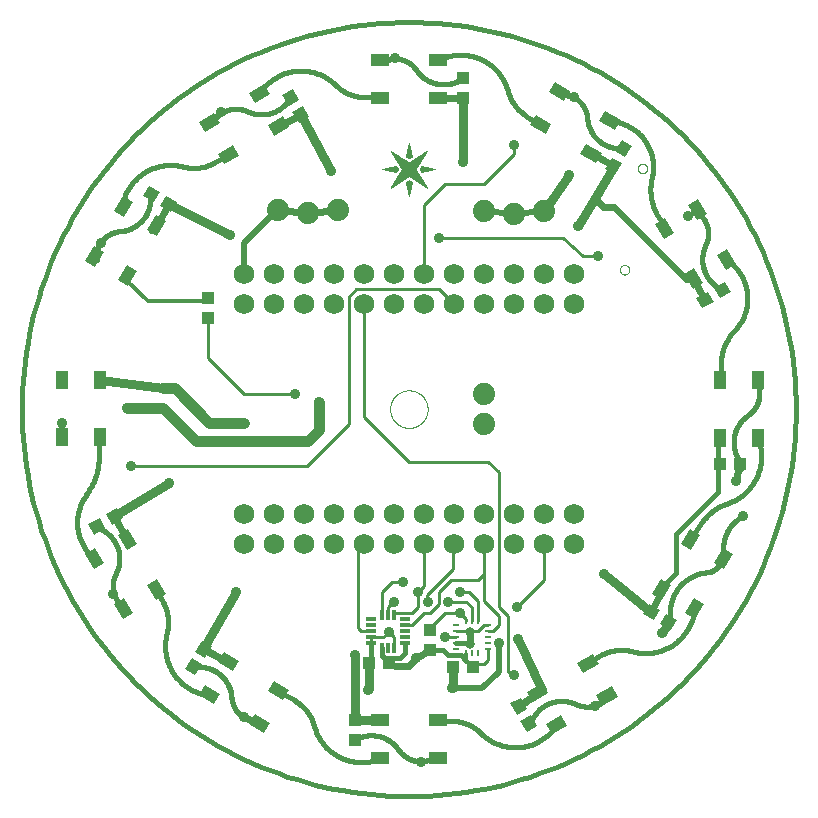
<source format=gtl>
G75*
%MOIN*%
%OFA0B0*%
%FSLAX25Y25*%
%IPPOS*%
%LPD*%
%AMOC8*
5,1,8,0,0,1.08239X$1,22.5*
%
%ADD10C,0.01600*%
%ADD11C,0.00000*%
%ADD12R,0.05906X0.03937*%
%ADD13R,0.03937X0.05906*%
%ADD14R,0.04331X0.03937*%
%ADD15R,0.03937X0.04331*%
%ADD16C,0.00100*%
%ADD17R,0.03750X0.01181*%
%ADD18R,0.01181X0.03350*%
%ADD19C,0.07400*%
%ADD20C,0.06900*%
%ADD21R,0.01969X0.00984*%
%ADD22R,0.00984X0.01969*%
%ADD23C,0.01000*%
%ADD24C,0.02400*%
%ADD25C,0.03000*%
%ADD26C,0.03600*%
%ADD27C,0.03600*%
%ADD28C,0.03200*%
%ADD29C,0.01500*%
%ADD30C,0.02000*%
%ADD31C,0.01200*%
D10*
X0099200Y0026200D02*
X0099106Y0026530D01*
X0099004Y0026857D01*
X0098895Y0027182D01*
X0098777Y0027504D01*
X0098652Y0027823D01*
X0098519Y0028140D01*
X0098379Y0028452D01*
X0098231Y0028762D01*
X0098075Y0029067D01*
X0097912Y0029369D01*
X0097742Y0029667D01*
X0097565Y0029960D01*
X0097380Y0030249D01*
X0097189Y0030534D01*
X0096990Y0030814D01*
X0096785Y0031089D01*
X0096574Y0031359D01*
X0096356Y0031623D01*
X0096131Y0031882D01*
X0095901Y0032136D01*
X0095664Y0032384D01*
X0095421Y0032627D01*
X0095173Y0032863D01*
X0094918Y0033093D01*
X0094659Y0033317D01*
X0094394Y0033535D01*
X0094123Y0033746D01*
X0093848Y0033950D01*
X0093568Y0034148D01*
X0093283Y0034339D01*
X0092994Y0034523D01*
X0092700Y0034699D01*
X0092700Y0034700D02*
X0088203Y0037332D01*
X0088203Y0037932D01*
X0087303Y0037932D01*
X0081156Y0027700D02*
X0080942Y0027686D01*
X0080729Y0027678D01*
X0080515Y0027674D01*
X0080301Y0027676D01*
X0080087Y0027683D01*
X0079874Y0027694D01*
X0079661Y0027712D01*
X0079448Y0027734D01*
X0079236Y0027761D01*
X0079025Y0027794D01*
X0078814Y0027831D01*
X0078605Y0027874D01*
X0078396Y0027922D01*
X0078189Y0027974D01*
X0077983Y0028032D01*
X0077779Y0028095D01*
X0077576Y0028162D01*
X0077375Y0028235D01*
X0077175Y0028312D01*
X0076978Y0028394D01*
X0076783Y0028481D01*
X0076589Y0028573D01*
X0076398Y0028669D01*
X0076210Y0028770D01*
X0076024Y0028875D01*
X0075840Y0028985D01*
X0075659Y0029099D01*
X0075482Y0029218D01*
X0075306Y0029341D01*
X0075134Y0029468D01*
X0074966Y0029599D01*
X0074800Y0029734D01*
X0074638Y0029873D01*
X0074479Y0030016D01*
X0074323Y0030163D01*
X0074171Y0030313D01*
X0074023Y0030467D01*
X0073879Y0030625D01*
X0073738Y0030786D01*
X0073601Y0030951D01*
X0073469Y0031118D01*
X0073340Y0031289D01*
X0073216Y0031463D01*
X0073096Y0031640D01*
X0072980Y0031820D01*
X0072869Y0032002D01*
X0072762Y0032187D01*
X0072659Y0032375D01*
X0072561Y0032565D01*
X0072468Y0032757D01*
X0072379Y0032952D01*
X0072295Y0033149D01*
X0072216Y0033347D01*
X0072142Y0033548D01*
X0072072Y0033750D01*
X0072008Y0033954D01*
X0071948Y0034159D01*
X0071894Y0034366D01*
X0071844Y0034574D01*
X0071800Y0034783D01*
X0071760Y0034993D01*
X0071726Y0035204D01*
X0071696Y0035416D01*
X0071672Y0035628D01*
X0071653Y0035841D01*
X0065165Y0036412D02*
X0065165Y0036668D01*
X0064297Y0036668D01*
X0071655Y0035842D02*
X0071631Y0036106D01*
X0071601Y0036370D01*
X0071564Y0036634D01*
X0071522Y0036896D01*
X0071472Y0037157D01*
X0071417Y0037417D01*
X0071355Y0037675D01*
X0071287Y0037932D01*
X0071213Y0038187D01*
X0071132Y0038441D01*
X0071046Y0038692D01*
X0070953Y0038941D01*
X0070854Y0039188D01*
X0070750Y0039432D01*
X0070639Y0039674D01*
X0070523Y0039913D01*
X0070401Y0040149D01*
X0070273Y0040382D01*
X0070140Y0040612D01*
X0070001Y0040838D01*
X0069856Y0041061D01*
X0069707Y0041281D01*
X0069552Y0041497D01*
X0069391Y0041709D01*
X0069226Y0041917D01*
X0069056Y0042121D01*
X0068880Y0042321D01*
X0068700Y0042516D01*
X0068516Y0042707D01*
X0068326Y0042894D01*
X0068133Y0043076D01*
X0067935Y0043253D01*
X0067732Y0043425D01*
X0067526Y0043593D01*
X0067315Y0043755D01*
X0067101Y0043912D01*
X0066883Y0044064D01*
X0066661Y0044210D01*
X0066436Y0044351D01*
X0066207Y0044487D01*
X0065976Y0044617D01*
X0065741Y0044741D01*
X0065503Y0044860D01*
X0065262Y0044973D01*
X0065019Y0045080D01*
X0064773Y0045181D01*
X0064525Y0045276D01*
X0064274Y0045365D01*
X0064022Y0045448D01*
X0063767Y0045524D01*
X0063511Y0045595D01*
X0063253Y0045659D01*
X0062994Y0045717D01*
X0062733Y0045769D01*
X0062471Y0045814D01*
X0062209Y0045853D01*
X0061945Y0045886D01*
X0061680Y0045912D01*
X0061415Y0045932D01*
X0061150Y0045945D01*
X0060884Y0045952D01*
X0060619Y0045952D01*
X0060353Y0045946D01*
X0060087Y0045934D01*
X0059822Y0045915D01*
X0059558Y0045890D01*
X0065165Y0036412D02*
X0064765Y0036436D01*
X0064366Y0036470D01*
X0063968Y0036513D01*
X0063571Y0036567D01*
X0063175Y0036630D01*
X0062781Y0036702D01*
X0062389Y0036784D01*
X0061999Y0036876D01*
X0061611Y0036977D01*
X0061226Y0037088D01*
X0060844Y0037208D01*
X0060465Y0037337D01*
X0060089Y0037476D01*
X0059717Y0037624D01*
X0059348Y0037780D01*
X0058984Y0037946D01*
X0058623Y0038120D01*
X0058267Y0038304D01*
X0057915Y0038496D01*
X0057568Y0038696D01*
X0057226Y0038905D01*
X0056890Y0039122D01*
X0056559Y0039347D01*
X0056233Y0039580D01*
X0055913Y0039822D01*
X0055599Y0040071D01*
X0055292Y0040327D01*
X0054990Y0040591D01*
X0054695Y0040862D01*
X0054407Y0041140D01*
X0054126Y0041426D01*
X0053852Y0041718D01*
X0053585Y0042016D01*
X0053325Y0042321D01*
X0053073Y0042633D01*
X0052829Y0042950D01*
X0052592Y0043273D01*
X0052363Y0043602D01*
X0052143Y0043937D01*
X0051931Y0044276D01*
X0051727Y0044621D01*
X0051531Y0044971D01*
X0051344Y0045325D01*
X0051166Y0045684D01*
X0050997Y0046047D01*
X0050836Y0046414D01*
X0050685Y0046785D01*
X0050542Y0047159D01*
X0050409Y0047537D01*
X0050285Y0047918D01*
X0050171Y0048302D01*
X0050065Y0048688D01*
X0049970Y0049077D01*
X0049884Y0049468D01*
X0049807Y0049862D01*
X0049740Y0050256D01*
X0049683Y0050653D01*
X0049635Y0051051D01*
X0049597Y0051449D01*
X0049569Y0051849D01*
X0049550Y0052249D01*
X0049542Y0052650D01*
X0049543Y0053050D01*
X0049554Y0053451D01*
X0049574Y0053851D01*
X0049605Y0054250D01*
X0049645Y0054649D01*
X0049695Y0055046D01*
X0049754Y0055442D01*
X0049824Y0055837D01*
X0049903Y0056230D01*
X0049991Y0056620D01*
X0050089Y0057009D01*
X0050173Y0057342D01*
X0050249Y0057676D01*
X0050317Y0058012D01*
X0050376Y0058350D01*
X0050427Y0058689D01*
X0050470Y0059029D01*
X0050505Y0059370D01*
X0050531Y0059712D01*
X0050549Y0060055D01*
X0050559Y0060398D01*
X0050561Y0060740D01*
X0050554Y0061083D01*
X0050539Y0061426D01*
X0050515Y0061768D01*
X0050483Y0062109D01*
X0050443Y0062450D01*
X0050395Y0062790D01*
X0050338Y0063128D01*
X0050274Y0063465D01*
X0050201Y0063800D01*
X0050120Y0064133D01*
X0050031Y0064464D01*
X0049933Y0064793D01*
X0049828Y0065119D01*
X0049716Y0065443D01*
X0049595Y0065764D01*
X0049466Y0066082D01*
X0049330Y0066397D01*
X0049186Y0066708D01*
X0049035Y0067016D01*
X0048876Y0067320D01*
X0048710Y0067620D01*
X0046132Y0072148D01*
X0046578Y0072148D01*
X0046578Y0071596D01*
X0036387Y0065419D02*
X0036205Y0065527D01*
X0036025Y0065640D01*
X0035848Y0065757D01*
X0035675Y0065878D01*
X0035504Y0066004D01*
X0035336Y0066134D01*
X0035172Y0066267D01*
X0035011Y0066405D01*
X0034853Y0066547D01*
X0034699Y0066693D01*
X0034548Y0066842D01*
X0034402Y0066995D01*
X0034259Y0067151D01*
X0034120Y0067311D01*
X0033985Y0067475D01*
X0033853Y0067641D01*
X0033727Y0067811D01*
X0033604Y0067984D01*
X0033485Y0068160D01*
X0033371Y0068339D01*
X0033262Y0068520D01*
X0033156Y0068704D01*
X0033056Y0068891D01*
X0032960Y0069080D01*
X0032868Y0069271D01*
X0032782Y0069465D01*
X0032700Y0069660D01*
X0032623Y0069858D01*
X0032551Y0070057D01*
X0032483Y0070258D01*
X0032421Y0070461D01*
X0032364Y0070665D01*
X0032311Y0070870D01*
X0032264Y0071077D01*
X0032222Y0071285D01*
X0032185Y0071493D01*
X0032153Y0071703D01*
X0032126Y0071913D01*
X0032105Y0072124D01*
X0032088Y0072336D01*
X0032077Y0072547D01*
X0032071Y0072759D01*
X0032070Y0072971D01*
X0032075Y0073183D01*
X0032084Y0073395D01*
X0032099Y0073606D01*
X0032119Y0073817D01*
X0032144Y0074028D01*
X0032175Y0074238D01*
X0032210Y0074447D01*
X0032251Y0074655D01*
X0032296Y0074862D01*
X0032347Y0075068D01*
X0032403Y0075272D01*
X0032463Y0075475D01*
X0032529Y0075677D01*
X0032600Y0075877D01*
X0032675Y0076075D01*
X0032756Y0076271D01*
X0032841Y0076465D01*
X0032931Y0076657D01*
X0033026Y0076847D01*
X0033125Y0077034D01*
X0033229Y0077219D01*
X0033340Y0077460D01*
X0033446Y0077704D01*
X0033547Y0077950D01*
X0033641Y0078198D01*
X0033729Y0078449D01*
X0033810Y0078702D01*
X0033886Y0078957D01*
X0033956Y0079213D01*
X0034019Y0079471D01*
X0034076Y0079731D01*
X0034127Y0079992D01*
X0034171Y0080254D01*
X0034209Y0080517D01*
X0034240Y0080781D01*
X0034266Y0081045D01*
X0034284Y0081311D01*
X0034297Y0081576D01*
X0034302Y0081842D01*
X0034302Y0082107D01*
X0034295Y0082373D01*
X0034281Y0082639D01*
X0034261Y0082904D01*
X0034235Y0083168D01*
X0034202Y0083432D01*
X0034163Y0083695D01*
X0034118Y0083956D01*
X0034066Y0084217D01*
X0034008Y0084476D01*
X0033943Y0084734D01*
X0033873Y0084990D01*
X0033796Y0085245D01*
X0033713Y0085497D01*
X0033624Y0085748D01*
X0033528Y0085996D01*
X0033427Y0086242D01*
X0033320Y0086485D01*
X0033207Y0086725D01*
X0033089Y0086963D01*
X0032964Y0087198D01*
X0032834Y0087430D01*
X0032698Y0087658D01*
X0032557Y0087883D01*
X0032410Y0088105D01*
X0032258Y0088323D01*
X0032101Y0088537D01*
X0031939Y0088748D01*
X0031771Y0088954D01*
X0031599Y0089156D01*
X0031422Y0089354D01*
X0031240Y0089548D01*
X0031053Y0089737D01*
X0030862Y0089922D01*
X0030666Y0090102D01*
X0030466Y0090277D01*
X0030262Y0090447D01*
X0030054Y0090612D01*
X0029842Y0090772D01*
X0029626Y0090927D01*
X0029406Y0091077D01*
X0029183Y0091221D01*
X0028956Y0091360D01*
X0028727Y0091493D01*
X0028493Y0091621D01*
X0028257Y0091743D01*
X0028018Y0091859D01*
X0027777Y0091969D01*
X0026022Y0082004D02*
X0025735Y0082237D01*
X0025453Y0082477D01*
X0025176Y0082724D01*
X0024906Y0082977D01*
X0024642Y0083237D01*
X0024385Y0083503D01*
X0024134Y0083775D01*
X0023890Y0084054D01*
X0023652Y0084338D01*
X0023421Y0084627D01*
X0023198Y0084922D01*
X0022981Y0085223D01*
X0022772Y0085528D01*
X0022571Y0085839D01*
X0022377Y0086154D01*
X0022190Y0086474D01*
X0022012Y0086799D01*
X0021841Y0087127D01*
X0021678Y0087460D01*
X0021524Y0087796D01*
X0021377Y0088136D01*
X0021239Y0088480D01*
X0021109Y0088827D01*
X0020988Y0089176D01*
X0020875Y0089529D01*
X0020770Y0089884D01*
X0020675Y0090242D01*
X0020588Y0090602D01*
X0020509Y0090964D01*
X0020440Y0091327D01*
X0020379Y0091692D01*
X0020327Y0092059D01*
X0020284Y0092427D01*
X0020249Y0092795D01*
X0020224Y0093165D01*
X0020208Y0093535D01*
X0020200Y0093905D01*
X0020202Y0094275D01*
X0020213Y0094645D01*
X0020232Y0095015D01*
X0020260Y0095384D01*
X0020298Y0095753D01*
X0020344Y0096120D01*
X0020399Y0096486D01*
X0020463Y0096851D01*
X0020535Y0097214D01*
X0020617Y0097575D01*
X0020707Y0097934D01*
X0020806Y0098291D01*
X0020913Y0098646D01*
X0021029Y0098997D01*
X0021153Y0099346D01*
X0021286Y0099692D01*
X0021427Y0100034D01*
X0021576Y0100373D01*
X0021734Y0100708D01*
X0021899Y0101039D01*
X0022073Y0101366D01*
X0022254Y0101689D01*
X0022443Y0102007D01*
X0022640Y0102321D01*
X0022844Y0102630D01*
X0023055Y0102934D01*
X0023274Y0103233D01*
X0023500Y0103526D01*
X0023200Y0103400D02*
X0023495Y0103796D01*
X0023781Y0104200D01*
X0024057Y0104610D01*
X0024323Y0105026D01*
X0024579Y0105449D01*
X0024825Y0105877D01*
X0025060Y0106312D01*
X0025285Y0106752D01*
X0025499Y0107198D01*
X0025703Y0107648D01*
X0025895Y0108103D01*
X0026077Y0108563D01*
X0026247Y0109027D01*
X0026406Y0109495D01*
X0026554Y0109966D01*
X0026690Y0110441D01*
X0026815Y0110919D01*
X0026929Y0111400D01*
X0027030Y0111884D01*
X0027121Y0112370D01*
X0027199Y0112858D01*
X0027266Y0113348D01*
X0027320Y0113839D01*
X0027363Y0114331D01*
X0027394Y0114824D01*
X0027414Y0115318D01*
X0027421Y0115812D01*
X0027416Y0116306D01*
X0027400Y0116800D01*
X0027799Y0122354D01*
X0001800Y0131800D02*
X0001839Y0134966D01*
X0001955Y0138130D01*
X0002150Y0141290D01*
X0002421Y0144444D01*
X0002770Y0147591D01*
X0003196Y0150728D01*
X0003699Y0153854D01*
X0004279Y0156967D01*
X0004934Y0160064D01*
X0005666Y0163144D01*
X0006473Y0166206D01*
X0007355Y0169247D01*
X0008311Y0172265D01*
X0009341Y0175259D01*
X0010444Y0178226D01*
X0011620Y0181166D01*
X0012867Y0184076D01*
X0014185Y0186955D01*
X0015574Y0189800D01*
X0017032Y0192610D01*
X0018559Y0195384D01*
X0020153Y0198119D01*
X0021814Y0200815D01*
X0023540Y0203469D01*
X0025332Y0206079D01*
X0027186Y0208645D01*
X0029103Y0211165D01*
X0031082Y0213637D01*
X0033120Y0216059D01*
X0035217Y0218431D01*
X0037372Y0220751D01*
X0039583Y0223017D01*
X0041849Y0225228D01*
X0044169Y0227383D01*
X0046541Y0229480D01*
X0048963Y0231518D01*
X0051435Y0233497D01*
X0053955Y0235414D01*
X0056521Y0237268D01*
X0059131Y0239060D01*
X0061785Y0240786D01*
X0064481Y0242447D01*
X0067216Y0244041D01*
X0069990Y0245568D01*
X0072800Y0247026D01*
X0075645Y0248415D01*
X0078524Y0249733D01*
X0081434Y0250980D01*
X0084374Y0252156D01*
X0087341Y0253259D01*
X0090335Y0254289D01*
X0093353Y0255245D01*
X0096394Y0256127D01*
X0099456Y0256934D01*
X0102536Y0257666D01*
X0105633Y0258321D01*
X0108746Y0258901D01*
X0111872Y0259404D01*
X0115009Y0259830D01*
X0118156Y0260179D01*
X0121310Y0260450D01*
X0124470Y0260645D01*
X0127634Y0260761D01*
X0130800Y0260800D01*
X0133966Y0260761D01*
X0137130Y0260645D01*
X0140290Y0260450D01*
X0143444Y0260179D01*
X0146591Y0259830D01*
X0149728Y0259404D01*
X0152854Y0258901D01*
X0155967Y0258321D01*
X0159064Y0257666D01*
X0162144Y0256934D01*
X0165206Y0256127D01*
X0168247Y0255245D01*
X0171265Y0254289D01*
X0174259Y0253259D01*
X0177226Y0252156D01*
X0180166Y0250980D01*
X0183076Y0249733D01*
X0185955Y0248415D01*
X0188800Y0247026D01*
X0191610Y0245568D01*
X0194384Y0244041D01*
X0197119Y0242447D01*
X0199815Y0240786D01*
X0202469Y0239060D01*
X0205079Y0237268D01*
X0207645Y0235414D01*
X0210165Y0233497D01*
X0212637Y0231518D01*
X0215059Y0229480D01*
X0217431Y0227383D01*
X0219751Y0225228D01*
X0222017Y0223017D01*
X0224228Y0220751D01*
X0226383Y0218431D01*
X0228480Y0216059D01*
X0230518Y0213637D01*
X0232497Y0211165D01*
X0234414Y0208645D01*
X0236268Y0206079D01*
X0238060Y0203469D01*
X0239786Y0200815D01*
X0241447Y0198119D01*
X0243041Y0195384D01*
X0244568Y0192610D01*
X0246026Y0189800D01*
X0247415Y0186955D01*
X0248733Y0184076D01*
X0249980Y0181166D01*
X0251156Y0178226D01*
X0252259Y0175259D01*
X0253289Y0172265D01*
X0254245Y0169247D01*
X0255127Y0166206D01*
X0255934Y0163144D01*
X0256666Y0160064D01*
X0257321Y0156967D01*
X0257901Y0153854D01*
X0258404Y0150728D01*
X0258830Y0147591D01*
X0259179Y0144444D01*
X0259450Y0141290D01*
X0259645Y0138130D01*
X0259761Y0134966D01*
X0259800Y0131800D01*
X0259761Y0128634D01*
X0259645Y0125470D01*
X0259450Y0122310D01*
X0259179Y0119156D01*
X0258830Y0116009D01*
X0258404Y0112872D01*
X0257901Y0109746D01*
X0257321Y0106633D01*
X0256666Y0103536D01*
X0255934Y0100456D01*
X0255127Y0097394D01*
X0254245Y0094353D01*
X0253289Y0091335D01*
X0252259Y0088341D01*
X0251156Y0085374D01*
X0249980Y0082434D01*
X0248733Y0079524D01*
X0247415Y0076645D01*
X0246026Y0073800D01*
X0244568Y0070990D01*
X0243041Y0068216D01*
X0241447Y0065481D01*
X0239786Y0062785D01*
X0238060Y0060131D01*
X0236268Y0057521D01*
X0234414Y0054955D01*
X0232497Y0052435D01*
X0230518Y0049963D01*
X0228480Y0047541D01*
X0226383Y0045169D01*
X0224228Y0042849D01*
X0222017Y0040583D01*
X0219751Y0038372D01*
X0217431Y0036217D01*
X0215059Y0034120D01*
X0212637Y0032082D01*
X0210165Y0030103D01*
X0207645Y0028186D01*
X0205079Y0026332D01*
X0202469Y0024540D01*
X0199815Y0022814D01*
X0197119Y0021153D01*
X0194384Y0019559D01*
X0191610Y0018032D01*
X0188800Y0016574D01*
X0185955Y0015185D01*
X0183076Y0013867D01*
X0180166Y0012620D01*
X0177226Y0011444D01*
X0174259Y0010341D01*
X0171265Y0009311D01*
X0168247Y0008355D01*
X0165206Y0007473D01*
X0162144Y0006666D01*
X0159064Y0005934D01*
X0155967Y0005279D01*
X0152854Y0004699D01*
X0149728Y0004196D01*
X0146591Y0003770D01*
X0143444Y0003421D01*
X0140290Y0003150D01*
X0137130Y0002955D01*
X0133966Y0002839D01*
X0130800Y0002800D01*
X0127634Y0002839D01*
X0124470Y0002955D01*
X0121310Y0003150D01*
X0118156Y0003421D01*
X0115009Y0003770D01*
X0111872Y0004196D01*
X0108746Y0004699D01*
X0105633Y0005279D01*
X0102536Y0005934D01*
X0099456Y0006666D01*
X0096394Y0007473D01*
X0093353Y0008355D01*
X0090335Y0009311D01*
X0087341Y0010341D01*
X0084374Y0011444D01*
X0081434Y0012620D01*
X0078524Y0013867D01*
X0075645Y0015185D01*
X0072800Y0016574D01*
X0069990Y0018032D01*
X0067216Y0019559D01*
X0064481Y0021153D01*
X0061785Y0022814D01*
X0059131Y0024540D01*
X0056521Y0026332D01*
X0053955Y0028186D01*
X0051435Y0030103D01*
X0048963Y0032082D01*
X0046541Y0034120D01*
X0044169Y0036217D01*
X0041849Y0038372D01*
X0039583Y0040583D01*
X0037372Y0042849D01*
X0035217Y0045169D01*
X0033120Y0047541D01*
X0031082Y0049963D01*
X0029103Y0052435D01*
X0027186Y0054955D01*
X0025332Y0057521D01*
X0023540Y0060131D01*
X0021814Y0062785D01*
X0020153Y0065481D01*
X0018559Y0068216D01*
X0017032Y0070990D01*
X0015574Y0073800D01*
X0014185Y0076645D01*
X0012867Y0079524D01*
X0011620Y0082434D01*
X0010444Y0085374D01*
X0009341Y0088341D01*
X0008311Y0091335D01*
X0007355Y0094353D01*
X0006473Y0097394D01*
X0005666Y0100456D01*
X0004934Y0103536D01*
X0004279Y0106633D01*
X0003699Y0109746D01*
X0003196Y0112872D01*
X0002770Y0116009D01*
X0002421Y0119156D01*
X0002150Y0122310D01*
X0001955Y0125470D01*
X0001839Y0128634D01*
X0001800Y0131800D01*
X0026358Y0181589D02*
X0026800Y0181589D01*
X0026800Y0185300D01*
X0028300Y0187300D01*
X0044874Y0191300D02*
X0046578Y0193004D01*
X0034966Y0197572D02*
X0034990Y0197972D01*
X0035024Y0198371D01*
X0035067Y0198769D01*
X0035121Y0199166D01*
X0035184Y0199562D01*
X0035256Y0199956D01*
X0035338Y0200348D01*
X0035430Y0200738D01*
X0035531Y0201126D01*
X0035642Y0201510D01*
X0035762Y0201893D01*
X0035891Y0202272D01*
X0036030Y0202648D01*
X0036178Y0203020D01*
X0036334Y0203389D01*
X0036500Y0203753D01*
X0036674Y0204114D01*
X0036858Y0204470D01*
X0037050Y0204822D01*
X0037250Y0205169D01*
X0037459Y0205510D01*
X0037676Y0205847D01*
X0037901Y0206178D01*
X0038134Y0206504D01*
X0038376Y0206824D01*
X0038625Y0207138D01*
X0038881Y0207445D01*
X0039145Y0207747D01*
X0039416Y0208042D01*
X0039694Y0208330D01*
X0039980Y0208611D01*
X0040272Y0208885D01*
X0040570Y0209152D01*
X0040875Y0209412D01*
X0041187Y0209664D01*
X0041504Y0209908D01*
X0041827Y0210145D01*
X0042156Y0210374D01*
X0042491Y0210594D01*
X0042830Y0210806D01*
X0043175Y0211010D01*
X0043525Y0211206D01*
X0043879Y0211393D01*
X0044238Y0211571D01*
X0044601Y0211740D01*
X0044968Y0211901D01*
X0045339Y0212052D01*
X0045713Y0212195D01*
X0046091Y0212328D01*
X0046472Y0212452D01*
X0046856Y0212566D01*
X0047242Y0212671D01*
X0047631Y0212767D01*
X0048022Y0212853D01*
X0048416Y0212930D01*
X0048810Y0212997D01*
X0049207Y0213054D01*
X0049605Y0213102D01*
X0050003Y0213140D01*
X0050403Y0213168D01*
X0050803Y0213187D01*
X0051204Y0213195D01*
X0051604Y0213194D01*
X0052005Y0213183D01*
X0052405Y0213163D01*
X0052804Y0213132D01*
X0053203Y0213092D01*
X0053600Y0213042D01*
X0053996Y0212983D01*
X0054391Y0212913D01*
X0054784Y0212834D01*
X0055174Y0212746D01*
X0055563Y0212648D01*
X0066174Y0214027D02*
X0070203Y0216106D01*
X0070596Y0216106D01*
X0070596Y0216522D01*
X0070368Y0216522D01*
X0070368Y0216356D01*
X0065104Y0226929D02*
X0065199Y0227120D01*
X0065298Y0227310D01*
X0065402Y0227497D01*
X0065510Y0227681D01*
X0065623Y0227863D01*
X0065740Y0228041D01*
X0065861Y0228217D01*
X0065987Y0228391D01*
X0066116Y0228560D01*
X0066250Y0228727D01*
X0066388Y0228891D01*
X0066530Y0229051D01*
X0066675Y0229207D01*
X0066825Y0229361D01*
X0066978Y0229510D01*
X0067134Y0229656D01*
X0067294Y0229798D01*
X0067457Y0229935D01*
X0067624Y0230069D01*
X0067794Y0230199D01*
X0067967Y0230325D01*
X0068143Y0230447D01*
X0068321Y0230564D01*
X0068503Y0230677D01*
X0068687Y0230785D01*
X0068874Y0230889D01*
X0069063Y0230989D01*
X0069255Y0231084D01*
X0069449Y0231174D01*
X0069645Y0231259D01*
X0069843Y0231340D01*
X0070043Y0231416D01*
X0070244Y0231487D01*
X0070448Y0231553D01*
X0070653Y0231614D01*
X0070859Y0231671D01*
X0071066Y0231722D01*
X0071275Y0231768D01*
X0071485Y0231809D01*
X0071696Y0231845D01*
X0071907Y0231876D01*
X0072120Y0231902D01*
X0072332Y0231923D01*
X0072546Y0231939D01*
X0072759Y0231949D01*
X0072973Y0231954D01*
X0073187Y0231954D01*
X0073401Y0231949D01*
X0073614Y0231939D01*
X0073827Y0231924D01*
X0074040Y0231903D01*
X0074252Y0231878D01*
X0074464Y0231847D01*
X0074675Y0231811D01*
X0074885Y0231770D01*
X0075093Y0231724D01*
X0075301Y0231673D01*
X0075507Y0231617D01*
X0075712Y0231556D01*
X0075916Y0231490D01*
X0076117Y0231419D01*
X0076317Y0231343D01*
X0076516Y0231262D01*
X0076712Y0231177D01*
X0076906Y0231087D01*
X0068300Y0230800D02*
X0064297Y0227432D01*
X0066174Y0214028D02*
X0065874Y0213862D01*
X0065570Y0213703D01*
X0065262Y0213552D01*
X0064951Y0213408D01*
X0064636Y0213272D01*
X0064318Y0213143D01*
X0063997Y0213022D01*
X0063673Y0212910D01*
X0063347Y0212805D01*
X0063018Y0212707D01*
X0062687Y0212618D01*
X0062354Y0212537D01*
X0062019Y0212464D01*
X0061682Y0212400D01*
X0061344Y0212343D01*
X0061004Y0212295D01*
X0060663Y0212255D01*
X0060322Y0212223D01*
X0059980Y0212199D01*
X0059637Y0212184D01*
X0059294Y0212177D01*
X0058952Y0212179D01*
X0058609Y0212189D01*
X0058266Y0212207D01*
X0057924Y0212233D01*
X0057583Y0212268D01*
X0057243Y0212311D01*
X0056904Y0212362D01*
X0056566Y0212421D01*
X0056230Y0212489D01*
X0055896Y0212565D01*
X0055563Y0212649D01*
X0044547Y0203187D02*
X0044572Y0202923D01*
X0044591Y0202658D01*
X0044603Y0202392D01*
X0044609Y0202126D01*
X0044609Y0201861D01*
X0044602Y0201595D01*
X0044589Y0201330D01*
X0044569Y0201065D01*
X0044543Y0200800D01*
X0044510Y0200536D01*
X0044471Y0200274D01*
X0044426Y0200012D01*
X0044374Y0199751D01*
X0044316Y0199492D01*
X0044252Y0199234D01*
X0044181Y0198977D01*
X0044105Y0198723D01*
X0044022Y0198471D01*
X0043933Y0198220D01*
X0043838Y0197972D01*
X0043737Y0197726D01*
X0043630Y0197483D01*
X0043517Y0197242D01*
X0043398Y0197004D01*
X0043274Y0196769D01*
X0043144Y0196538D01*
X0043008Y0196309D01*
X0042867Y0196084D01*
X0042721Y0195862D01*
X0042569Y0195644D01*
X0042412Y0195430D01*
X0042250Y0195219D01*
X0042082Y0195013D01*
X0041910Y0194810D01*
X0041733Y0194612D01*
X0041551Y0194419D01*
X0041364Y0194229D01*
X0041173Y0194045D01*
X0040978Y0193865D01*
X0040778Y0193689D01*
X0040574Y0193519D01*
X0040366Y0193354D01*
X0040154Y0193193D01*
X0039938Y0193038D01*
X0039718Y0192889D01*
X0039495Y0192744D01*
X0039269Y0192605D01*
X0039039Y0192472D01*
X0038806Y0192344D01*
X0038570Y0192222D01*
X0038331Y0192106D01*
X0038089Y0191995D01*
X0037845Y0191891D01*
X0037598Y0191792D01*
X0037349Y0191699D01*
X0037098Y0191613D01*
X0036844Y0191532D01*
X0036589Y0191458D01*
X0036332Y0191390D01*
X0036074Y0191328D01*
X0035814Y0191273D01*
X0035553Y0191223D01*
X0035291Y0191181D01*
X0035027Y0191144D01*
X0034763Y0191114D01*
X0034499Y0191090D01*
X0034976Y0197557D02*
X0034967Y0197572D01*
X0034976Y0197557D02*
X0035017Y0197581D01*
X0035668Y0197581D01*
X0035668Y0199303D01*
X0035668Y0197822D01*
X0035132Y0197822D01*
X0034498Y0191091D02*
X0034285Y0191072D01*
X0034073Y0191048D01*
X0033861Y0191018D01*
X0033650Y0190984D01*
X0033440Y0190944D01*
X0033231Y0190900D01*
X0033023Y0190850D01*
X0032816Y0190796D01*
X0032611Y0190736D01*
X0032407Y0190672D01*
X0032205Y0190602D01*
X0032004Y0190528D01*
X0031806Y0190449D01*
X0031609Y0190365D01*
X0031414Y0190276D01*
X0031222Y0190183D01*
X0031032Y0190085D01*
X0030844Y0189982D01*
X0030659Y0189875D01*
X0030477Y0189764D01*
X0030297Y0189648D01*
X0030120Y0189528D01*
X0029946Y0189404D01*
X0029775Y0189275D01*
X0029608Y0189143D01*
X0029443Y0189006D01*
X0029282Y0188865D01*
X0029124Y0188721D01*
X0028970Y0188573D01*
X0028820Y0188421D01*
X0028673Y0188265D01*
X0028530Y0188106D01*
X0028391Y0187944D01*
X0028256Y0187778D01*
X0028125Y0187610D01*
X0027998Y0187438D01*
X0027875Y0187262D01*
X0027756Y0187085D01*
X0027642Y0186904D01*
X0027532Y0186720D01*
X0027427Y0186534D01*
X0027326Y0186346D01*
X0027230Y0186155D01*
X0027138Y0185961D01*
X0027051Y0185766D01*
X0026969Y0185569D01*
X0026892Y0185369D01*
X0026819Y0185168D01*
X0026752Y0184965D01*
X0026689Y0184761D01*
X0026631Y0184555D01*
X0026579Y0184348D01*
X0026531Y0184139D01*
X0026488Y0183930D01*
X0026451Y0183719D01*
X0026418Y0183508D01*
X0026391Y0183296D01*
X0026369Y0183083D01*
X0026351Y0182870D01*
X0026340Y0182657D01*
X0026333Y0182443D01*
X0026331Y0182229D01*
X0026335Y0182015D01*
X0026343Y0181802D01*
X0026357Y0181588D01*
X0170300Y0229300D02*
X0174797Y0226668D01*
X0180718Y0236985D02*
X0180935Y0236999D01*
X0181152Y0237008D01*
X0181369Y0237011D01*
X0181586Y0237009D01*
X0181803Y0237002D01*
X0182020Y0236989D01*
X0182237Y0236971D01*
X0182453Y0236948D01*
X0182668Y0236920D01*
X0182882Y0236886D01*
X0183096Y0236847D01*
X0183309Y0236802D01*
X0183520Y0236753D01*
X0183730Y0236698D01*
X0183939Y0236639D01*
X0184146Y0236574D01*
X0184352Y0236504D01*
X0184556Y0236429D01*
X0184757Y0236349D01*
X0184957Y0236264D01*
X0185155Y0236174D01*
X0185351Y0236080D01*
X0185544Y0235980D01*
X0185734Y0235876D01*
X0185922Y0235767D01*
X0186108Y0235654D01*
X0186290Y0235536D01*
X0186469Y0235414D01*
X0186646Y0235287D01*
X0186819Y0235157D01*
X0186989Y0235021D01*
X0187156Y0234882D01*
X0187319Y0234739D01*
X0187478Y0234592D01*
X0187634Y0234440D01*
X0187787Y0234286D01*
X0187935Y0234127D01*
X0188079Y0233965D01*
X0188220Y0233799D01*
X0188356Y0233630D01*
X0188488Y0233458D01*
X0188616Y0233282D01*
X0188739Y0233103D01*
X0188858Y0232922D01*
X0188973Y0232737D01*
X0189083Y0232550D01*
X0189188Y0232360D01*
X0189289Y0232168D01*
X0189385Y0231973D01*
X0189476Y0231776D01*
X0189562Y0231576D01*
X0189643Y0231375D01*
X0189720Y0231172D01*
X0189791Y0230967D01*
X0189857Y0230760D01*
X0189919Y0230552D01*
X0189975Y0230342D01*
X0190025Y0230131D01*
X0190071Y0229918D01*
X0190112Y0229705D01*
X0190147Y0229491D01*
X0190177Y0229276D01*
X0190201Y0229060D01*
X0190221Y0228844D01*
X0197121Y0227932D02*
X0197121Y0227918D01*
X0197121Y0227932D02*
X0197803Y0227932D01*
X0190219Y0228843D02*
X0190243Y0228579D01*
X0190273Y0228315D01*
X0190310Y0228051D01*
X0190352Y0227789D01*
X0190402Y0227528D01*
X0190457Y0227268D01*
X0190519Y0227010D01*
X0190587Y0226753D01*
X0190661Y0226498D01*
X0190742Y0226244D01*
X0190828Y0225993D01*
X0190921Y0225744D01*
X0191020Y0225497D01*
X0191124Y0225253D01*
X0191235Y0225011D01*
X0191351Y0224772D01*
X0191473Y0224536D01*
X0191601Y0224303D01*
X0191734Y0224073D01*
X0191873Y0223847D01*
X0192018Y0223624D01*
X0192167Y0223404D01*
X0192322Y0223188D01*
X0192483Y0222976D01*
X0192648Y0222768D01*
X0192818Y0222564D01*
X0192994Y0222364D01*
X0193174Y0222169D01*
X0193358Y0221978D01*
X0193548Y0221791D01*
X0193741Y0221609D01*
X0193939Y0221432D01*
X0194142Y0221260D01*
X0194348Y0221092D01*
X0194559Y0220930D01*
X0194773Y0220773D01*
X0194991Y0220621D01*
X0195213Y0220475D01*
X0195438Y0220334D01*
X0195667Y0220198D01*
X0195898Y0220068D01*
X0196133Y0219944D01*
X0196371Y0219825D01*
X0196612Y0219712D01*
X0196855Y0219605D01*
X0197101Y0219504D01*
X0197349Y0219409D01*
X0197600Y0219320D01*
X0197852Y0219237D01*
X0198106Y0219161D01*
X0198363Y0219090D01*
X0198621Y0219026D01*
X0198880Y0218968D01*
X0199141Y0218916D01*
X0199402Y0218871D01*
X0199665Y0218832D01*
X0199929Y0218799D01*
X0200194Y0218773D01*
X0200459Y0218753D01*
X0200724Y0218740D01*
X0200990Y0218733D01*
X0201255Y0218733D01*
X0201521Y0218739D01*
X0201787Y0218751D01*
X0202052Y0218770D01*
X0202316Y0218795D01*
X0197122Y0227918D02*
X0197496Y0227907D01*
X0197869Y0227887D01*
X0198242Y0227858D01*
X0198615Y0227819D01*
X0198986Y0227772D01*
X0199356Y0227716D01*
X0199724Y0227650D01*
X0200091Y0227576D01*
X0200456Y0227493D01*
X0200819Y0227401D01*
X0201179Y0227300D01*
X0201537Y0227190D01*
X0201892Y0227071D01*
X0202244Y0226944D01*
X0202593Y0226809D01*
X0202938Y0226665D01*
X0203280Y0226512D01*
X0203618Y0226351D01*
X0203952Y0226182D01*
X0204281Y0226005D01*
X0204607Y0225820D01*
X0204927Y0225627D01*
X0205243Y0225426D01*
X0205554Y0225218D01*
X0205860Y0225002D01*
X0206160Y0224779D01*
X0206455Y0224548D01*
X0206744Y0224311D01*
X0207027Y0224066D01*
X0207304Y0223814D01*
X0207575Y0223556D01*
X0207840Y0223291D01*
X0208098Y0223020D01*
X0208349Y0222743D01*
X0208593Y0222460D01*
X0208831Y0222170D01*
X0209061Y0221875D01*
X0209284Y0221575D01*
X0209500Y0221269D01*
X0209708Y0220958D01*
X0209908Y0220642D01*
X0210101Y0220321D01*
X0210286Y0219996D01*
X0210463Y0219666D01*
X0210631Y0219332D01*
X0210792Y0218994D01*
X0210944Y0218652D01*
X0211088Y0218306D01*
X0211223Y0217957D01*
X0211350Y0217605D01*
X0211468Y0217250D01*
X0211577Y0216892D01*
X0211678Y0216532D01*
X0211770Y0216169D01*
X0211853Y0215804D01*
X0211927Y0215437D01*
X0211992Y0215069D01*
X0212048Y0214699D01*
X0212095Y0214327D01*
X0212133Y0213955D01*
X0212162Y0213582D01*
X0212181Y0213208D01*
X0212192Y0212834D01*
X0212193Y0212460D01*
X0212186Y0212086D01*
X0212169Y0211712D01*
X0212143Y0211338D01*
X0212108Y0210966D01*
X0212064Y0210594D01*
X0212011Y0210224D01*
X0211948Y0209855D01*
X0211877Y0209487D01*
X0211797Y0209122D01*
X0211702Y0208718D01*
X0211617Y0208312D01*
X0211542Y0207904D01*
X0211477Y0207494D01*
X0211422Y0207083D01*
X0211376Y0206670D01*
X0211341Y0206257D01*
X0211316Y0205842D01*
X0211301Y0205428D01*
X0211296Y0205013D01*
X0211301Y0204598D01*
X0211316Y0204183D01*
X0211341Y0203769D01*
X0211377Y0203356D01*
X0211422Y0202943D01*
X0211477Y0202532D01*
X0211542Y0202122D01*
X0211617Y0201714D01*
X0211702Y0201308D01*
X0211797Y0200904D01*
X0211902Y0200502D01*
X0212016Y0200103D01*
X0212140Y0199707D01*
X0212274Y0199314D01*
X0212417Y0198925D01*
X0212569Y0198539D01*
X0212731Y0198157D01*
X0212902Y0197779D01*
X0213082Y0197405D01*
X0213271Y0197035D01*
X0213469Y0196671D01*
X0213676Y0196311D01*
X0216155Y0192482D01*
X0216022Y0192482D01*
X0216022Y0192004D01*
X0225511Y0198307D02*
X0225702Y0198213D01*
X0225892Y0198113D01*
X0226079Y0198009D01*
X0226263Y0197901D01*
X0226445Y0197788D01*
X0226623Y0197671D01*
X0226799Y0197550D01*
X0226973Y0197424D01*
X0227142Y0197295D01*
X0227309Y0197161D01*
X0227473Y0197023D01*
X0227633Y0196881D01*
X0227789Y0196736D01*
X0227943Y0196586D01*
X0228092Y0196433D01*
X0228238Y0196277D01*
X0228380Y0196117D01*
X0228517Y0195954D01*
X0228651Y0195787D01*
X0228781Y0195617D01*
X0228907Y0195444D01*
X0229029Y0195268D01*
X0229146Y0195090D01*
X0229259Y0194908D01*
X0229367Y0194724D01*
X0229471Y0194537D01*
X0229571Y0194348D01*
X0229666Y0194156D01*
X0229756Y0193962D01*
X0229841Y0193766D01*
X0229922Y0193568D01*
X0229998Y0193368D01*
X0230069Y0193167D01*
X0230135Y0192963D01*
X0230196Y0192758D01*
X0230253Y0192552D01*
X0230304Y0192345D01*
X0230350Y0192136D01*
X0230391Y0191926D01*
X0230427Y0191715D01*
X0230458Y0191504D01*
X0230484Y0191291D01*
X0230505Y0191079D01*
X0230521Y0190865D01*
X0230531Y0190652D01*
X0230536Y0190438D01*
X0230536Y0190224D01*
X0230531Y0190010D01*
X0230521Y0189797D01*
X0230506Y0189584D01*
X0230485Y0189371D01*
X0230460Y0189159D01*
X0230429Y0188947D01*
X0230393Y0188736D01*
X0230352Y0188526D01*
X0230306Y0188318D01*
X0230255Y0188110D01*
X0230199Y0187904D01*
X0230138Y0187699D01*
X0230072Y0187495D01*
X0230001Y0187294D01*
X0229925Y0187094D01*
X0229844Y0186896D01*
X0229759Y0186699D01*
X0229669Y0186505D01*
X0236529Y0181760D02*
X0236578Y0181760D01*
X0236578Y0181596D01*
X0229668Y0186506D02*
X0229557Y0186265D01*
X0229451Y0186021D01*
X0229350Y0185775D01*
X0229256Y0185527D01*
X0229168Y0185276D01*
X0229087Y0185023D01*
X0229011Y0184768D01*
X0228941Y0184512D01*
X0228878Y0184254D01*
X0228821Y0183994D01*
X0228770Y0183733D01*
X0228726Y0183471D01*
X0228688Y0183208D01*
X0228657Y0182944D01*
X0228631Y0182680D01*
X0228613Y0182414D01*
X0228600Y0182149D01*
X0228595Y0181883D01*
X0228595Y0181618D01*
X0228602Y0181352D01*
X0228616Y0181086D01*
X0228636Y0180821D01*
X0228662Y0180557D01*
X0228695Y0180293D01*
X0228734Y0180030D01*
X0228779Y0179769D01*
X0228831Y0179508D01*
X0228889Y0179249D01*
X0228954Y0178991D01*
X0229024Y0178735D01*
X0229101Y0178480D01*
X0229184Y0178228D01*
X0229273Y0177977D01*
X0229369Y0177729D01*
X0229470Y0177483D01*
X0229577Y0177240D01*
X0229690Y0177000D01*
X0229808Y0176762D01*
X0229933Y0176527D01*
X0230063Y0176295D01*
X0230199Y0176067D01*
X0230340Y0175842D01*
X0230487Y0175620D01*
X0230639Y0175402D01*
X0230796Y0175188D01*
X0230958Y0174977D01*
X0231126Y0174771D01*
X0231298Y0174569D01*
X0231475Y0174371D01*
X0231657Y0174177D01*
X0231844Y0173988D01*
X0232035Y0173803D01*
X0232231Y0173623D01*
X0232431Y0173448D01*
X0232635Y0173278D01*
X0232843Y0173113D01*
X0233055Y0172953D01*
X0233271Y0172798D01*
X0233491Y0172648D01*
X0233714Y0172504D01*
X0233941Y0172365D01*
X0234170Y0172232D01*
X0234404Y0172104D01*
X0234640Y0171982D01*
X0234879Y0171866D01*
X0235120Y0171756D01*
X0236205Y0181902D02*
X0236523Y0181706D01*
X0236837Y0181502D01*
X0237145Y0181290D01*
X0237449Y0181070D01*
X0237747Y0180844D01*
X0238039Y0180610D01*
X0238325Y0180369D01*
X0238606Y0180121D01*
X0238880Y0179867D01*
X0239148Y0179606D01*
X0239410Y0179338D01*
X0239665Y0179064D01*
X0239913Y0178784D01*
X0240154Y0178498D01*
X0240388Y0178206D01*
X0240615Y0177909D01*
X0240835Y0177606D01*
X0241047Y0177297D01*
X0241252Y0176984D01*
X0241449Y0176666D01*
X0241638Y0176343D01*
X0241819Y0176016D01*
X0241993Y0175684D01*
X0242158Y0175348D01*
X0242314Y0175008D01*
X0242463Y0174665D01*
X0242603Y0174317D01*
X0242734Y0173967D01*
X0242857Y0173614D01*
X0242971Y0173257D01*
X0243077Y0172898D01*
X0243174Y0172537D01*
X0243261Y0172173D01*
X0243340Y0171807D01*
X0243410Y0171439D01*
X0243471Y0171070D01*
X0243523Y0170699D01*
X0243566Y0170328D01*
X0243600Y0169955D01*
X0243625Y0169582D01*
X0243640Y0169208D01*
X0243647Y0168833D01*
X0243644Y0168459D01*
X0243632Y0168085D01*
X0243611Y0167712D01*
X0243581Y0167339D01*
X0243542Y0166966D01*
X0243494Y0166595D01*
X0243437Y0166225D01*
X0243370Y0165857D01*
X0243295Y0165490D01*
X0243211Y0165126D01*
X0243118Y0164763D01*
X0243016Y0164403D01*
X0242906Y0164046D01*
X0242786Y0163691D01*
X0242658Y0163339D01*
X0242522Y0162991D01*
X0242377Y0162646D01*
X0242224Y0162304D01*
X0242062Y0161967D01*
X0241892Y0161633D01*
X0241714Y0161304D01*
X0241528Y0160979D01*
X0241335Y0160659D01*
X0241133Y0160344D01*
X0240924Y0160033D01*
X0240707Y0159728D01*
X0240483Y0159428D01*
X0240252Y0159134D01*
X0240014Y0158846D01*
X0239768Y0158563D01*
X0239516Y0158287D01*
X0234676Y0146506D02*
X0234644Y0141295D01*
X0234501Y0141295D01*
X0234501Y0141446D01*
X0246100Y0142099D02*
X0246218Y0141921D01*
X0246333Y0141741D01*
X0246443Y0141557D01*
X0246548Y0141371D01*
X0246649Y0141183D01*
X0246745Y0140992D01*
X0246837Y0140799D01*
X0246924Y0140604D01*
X0247007Y0140406D01*
X0247084Y0140207D01*
X0247157Y0140006D01*
X0247225Y0139803D01*
X0247288Y0139599D01*
X0247345Y0139393D01*
X0247398Y0139186D01*
X0247446Y0138977D01*
X0247489Y0138768D01*
X0247527Y0138558D01*
X0247560Y0138346D01*
X0247587Y0138134D01*
X0247610Y0137922D01*
X0247627Y0137708D01*
X0247639Y0137495D01*
X0247646Y0137281D01*
X0247648Y0137067D01*
X0247645Y0136854D01*
X0247636Y0136640D01*
X0247622Y0136427D01*
X0247604Y0136214D01*
X0247580Y0136001D01*
X0247551Y0135789D01*
X0247516Y0135578D01*
X0247477Y0135368D01*
X0247433Y0135159D01*
X0247383Y0134951D01*
X0247329Y0134744D01*
X0247269Y0134539D01*
X0247205Y0134335D01*
X0247136Y0134133D01*
X0247062Y0133932D01*
X0246983Y0133733D01*
X0246899Y0133537D01*
X0246811Y0133342D01*
X0246718Y0133149D01*
X0246620Y0132959D01*
X0246518Y0132772D01*
X0246411Y0132586D01*
X0246299Y0132404D01*
X0246184Y0132224D01*
X0246064Y0132047D01*
X0245940Y0131873D01*
X0245811Y0131702D01*
X0245679Y0131534D01*
X0245542Y0131369D01*
X0245402Y0131208D01*
X0245258Y0131050D01*
X0245110Y0130896D01*
X0244958Y0130745D01*
X0244803Y0130598D01*
X0244644Y0130455D01*
X0244481Y0130316D01*
X0244316Y0130181D01*
X0244147Y0130049D01*
X0243975Y0129922D01*
X0243800Y0129799D01*
X0247800Y0138800D02*
X0247800Y0140745D01*
X0247099Y0141446D01*
X0246099Y0142099D02*
X0246099Y0140501D01*
X0247800Y0138800D01*
X0234738Y0146251D02*
X0234739Y0146666D01*
X0234749Y0147081D01*
X0234770Y0147496D01*
X0234801Y0147909D01*
X0234842Y0148322D01*
X0234893Y0148734D01*
X0234954Y0149145D01*
X0235025Y0149553D01*
X0235106Y0149960D01*
X0235196Y0150365D01*
X0235297Y0150768D01*
X0235407Y0151168D01*
X0235527Y0151565D01*
X0235656Y0151960D01*
X0235795Y0152351D01*
X0235944Y0152738D01*
X0236101Y0153122D01*
X0236269Y0153502D01*
X0236445Y0153877D01*
X0236630Y0154249D01*
X0236824Y0154615D01*
X0237027Y0154977D01*
X0237239Y0155334D01*
X0237460Y0155686D01*
X0237689Y0156032D01*
X0237926Y0156372D01*
X0238171Y0156707D01*
X0238425Y0157036D01*
X0238686Y0157358D01*
X0238955Y0157674D01*
X0239232Y0157983D01*
X0239516Y0158285D01*
X0234501Y0122154D02*
X0233800Y0121454D01*
X0233800Y0113800D01*
X0234000Y0113600D01*
X0234354Y0113600D01*
X0233800Y0113800D02*
X0233800Y0104300D01*
X0219800Y0090300D01*
X0219800Y0077300D01*
X0215022Y0072522D01*
X0215022Y0071596D01*
X0226101Y0065962D02*
X0226073Y0065562D01*
X0226035Y0065162D01*
X0225987Y0064764D01*
X0225929Y0064367D01*
X0225862Y0063971D01*
X0225785Y0063577D01*
X0225698Y0063185D01*
X0225602Y0062796D01*
X0225496Y0062409D01*
X0225381Y0062024D01*
X0225257Y0061643D01*
X0225123Y0061264D01*
X0224980Y0060889D01*
X0224828Y0060518D01*
X0224667Y0060150D01*
X0224497Y0059787D01*
X0224318Y0059428D01*
X0224131Y0059073D01*
X0223935Y0058723D01*
X0223730Y0058378D01*
X0223517Y0058037D01*
X0223296Y0057703D01*
X0223067Y0057373D01*
X0222830Y0057050D01*
X0222585Y0056732D01*
X0222332Y0056420D01*
X0222072Y0056115D01*
X0221804Y0055816D01*
X0221529Y0055523D01*
X0221247Y0055238D01*
X0220958Y0054959D01*
X0220663Y0054688D01*
X0220361Y0054424D01*
X0220052Y0054167D01*
X0219738Y0053918D01*
X0219417Y0053676D01*
X0219091Y0053443D01*
X0218759Y0053217D01*
X0218421Y0053000D01*
X0218079Y0052791D01*
X0217731Y0052591D01*
X0217379Y0052399D01*
X0217022Y0052215D01*
X0216660Y0052041D01*
X0216295Y0051875D01*
X0215926Y0051718D01*
X0215552Y0051571D01*
X0215176Y0051432D01*
X0214796Y0051303D01*
X0214413Y0051183D01*
X0214027Y0051072D01*
X0213639Y0050971D01*
X0213248Y0050880D01*
X0212855Y0050798D01*
X0212461Y0050725D01*
X0212064Y0050662D01*
X0211667Y0050609D01*
X0211268Y0050566D01*
X0210868Y0050532D01*
X0210467Y0050508D01*
X0210066Y0050494D01*
X0209665Y0050490D01*
X0209264Y0050496D01*
X0208863Y0050511D01*
X0208462Y0050536D01*
X0208062Y0050571D01*
X0207664Y0050615D01*
X0207266Y0050670D01*
X0206870Y0050734D01*
X0206475Y0050807D01*
X0206083Y0050891D01*
X0205692Y0050983D01*
X0205304Y0051086D01*
X0194694Y0049707D02*
X0190165Y0047128D01*
X0190165Y0047078D01*
X0190504Y0047078D01*
X0198240Y0037642D02*
X0198144Y0037448D01*
X0198043Y0037256D01*
X0197937Y0037066D01*
X0197827Y0036879D01*
X0197712Y0036694D01*
X0197593Y0036513D01*
X0197469Y0036334D01*
X0197341Y0036159D01*
X0197209Y0035987D01*
X0197072Y0035818D01*
X0196932Y0035653D01*
X0196787Y0035491D01*
X0196639Y0035332D01*
X0196486Y0035177D01*
X0196330Y0035027D01*
X0196170Y0034880D01*
X0196007Y0034736D01*
X0195840Y0034597D01*
X0195670Y0034463D01*
X0195496Y0034332D01*
X0195320Y0034206D01*
X0195140Y0034084D01*
X0194958Y0033966D01*
X0194772Y0033853D01*
X0194584Y0033745D01*
X0194393Y0033641D01*
X0194200Y0033542D01*
X0194004Y0033447D01*
X0193807Y0033358D01*
X0193607Y0033273D01*
X0193405Y0033194D01*
X0193201Y0033119D01*
X0192995Y0033049D01*
X0192788Y0032985D01*
X0192579Y0032925D01*
X0192369Y0032871D01*
X0192157Y0032822D01*
X0191944Y0032778D01*
X0191731Y0032739D01*
X0191516Y0032706D01*
X0191301Y0032677D01*
X0191085Y0032655D01*
X0190868Y0032637D01*
X0190652Y0032625D01*
X0190435Y0032618D01*
X0190217Y0032616D01*
X0190000Y0032620D01*
X0189783Y0032629D01*
X0189567Y0032643D01*
X0189350Y0032663D01*
X0189135Y0032688D01*
X0188920Y0032718D01*
X0188705Y0032754D01*
X0188492Y0032794D01*
X0188280Y0032840D01*
X0188069Y0032892D01*
X0187859Y0032948D01*
X0187651Y0033009D01*
X0187444Y0033076D01*
X0187239Y0033148D01*
X0187036Y0033224D01*
X0186835Y0033306D01*
X0186635Y0033392D01*
X0186438Y0033484D01*
X0192800Y0032800D02*
X0198240Y0037642D01*
X0194694Y0049706D02*
X0194994Y0049872D01*
X0195298Y0050031D01*
X0195606Y0050182D01*
X0195917Y0050326D01*
X0196232Y0050462D01*
X0196550Y0050591D01*
X0196871Y0050712D01*
X0197195Y0050824D01*
X0197521Y0050929D01*
X0197850Y0051027D01*
X0198181Y0051116D01*
X0198514Y0051197D01*
X0198849Y0051270D01*
X0199186Y0051334D01*
X0199524Y0051391D01*
X0199864Y0051439D01*
X0200205Y0051479D01*
X0200546Y0051511D01*
X0200888Y0051535D01*
X0201231Y0051550D01*
X0201574Y0051557D01*
X0201916Y0051555D01*
X0202259Y0051545D01*
X0202602Y0051527D01*
X0202944Y0051501D01*
X0203285Y0051466D01*
X0203625Y0051423D01*
X0203964Y0051372D01*
X0204302Y0051313D01*
X0204638Y0051245D01*
X0204972Y0051169D01*
X0205305Y0051085D01*
X0225901Y0065297D02*
X0226101Y0065962D01*
X0225932Y0065297D02*
X0225901Y0065297D01*
X0217879Y0062830D02*
X0217853Y0063154D01*
X0217836Y0063479D01*
X0217826Y0063804D01*
X0217824Y0064130D01*
X0217830Y0064455D01*
X0217844Y0064780D01*
X0217866Y0065105D01*
X0217896Y0065428D01*
X0217933Y0065752D01*
X0217979Y0066074D01*
X0218032Y0066395D01*
X0218093Y0066714D01*
X0218161Y0067032D01*
X0218238Y0067348D01*
X0218322Y0067663D01*
X0218413Y0067975D01*
X0218513Y0068285D01*
X0218619Y0068592D01*
X0218733Y0068897D01*
X0218855Y0069198D01*
X0218983Y0069497D01*
X0219119Y0069793D01*
X0219262Y0070085D01*
X0219413Y0070373D01*
X0219570Y0070658D01*
X0219733Y0070939D01*
X0219904Y0071216D01*
X0220082Y0071489D01*
X0220265Y0071757D01*
X0220456Y0072021D01*
X0220653Y0072280D01*
X0220855Y0072534D01*
X0221065Y0072784D01*
X0221280Y0073028D01*
X0221500Y0073266D01*
X0221727Y0073500D01*
X0221959Y0073728D01*
X0222197Y0073950D01*
X0222440Y0074166D01*
X0222688Y0074376D01*
X0222941Y0074581D01*
X0223199Y0074779D01*
X0223462Y0074970D01*
X0223730Y0075156D01*
X0224001Y0075334D01*
X0224277Y0075506D01*
X0224558Y0075672D01*
X0224842Y0075830D01*
X0225129Y0075982D01*
X0225421Y0076126D01*
X0225716Y0076264D01*
X0226014Y0076394D01*
X0226315Y0076517D01*
X0226619Y0076632D01*
X0226926Y0076741D01*
X0227235Y0076841D01*
X0227547Y0076935D01*
X0227861Y0077020D01*
X0228176Y0077098D01*
X0228494Y0077168D01*
X0228813Y0077231D01*
X0229134Y0077286D01*
X0229456Y0077333D01*
X0229779Y0077372D01*
X0230103Y0077403D01*
X0230427Y0077427D01*
X0230427Y0077426D02*
X0230581Y0077457D01*
X0230735Y0077492D01*
X0230888Y0077530D01*
X0231041Y0077572D01*
X0231192Y0077618D01*
X0231341Y0077668D01*
X0231490Y0077721D01*
X0231637Y0077778D01*
X0231783Y0077839D01*
X0231927Y0077903D01*
X0232070Y0077970D01*
X0232211Y0078041D01*
X0232350Y0078116D01*
X0232487Y0078194D01*
X0232623Y0078275D01*
X0232756Y0078359D01*
X0232887Y0078447D01*
X0233016Y0078538D01*
X0233143Y0078632D01*
X0233267Y0078729D01*
X0233389Y0078829D01*
X0233509Y0078933D01*
X0233626Y0079039D01*
X0233740Y0079148D01*
X0233851Y0079259D01*
X0233960Y0079374D01*
X0234066Y0079491D01*
X0234169Y0079610D01*
X0234269Y0079732D01*
X0234366Y0079857D01*
X0234460Y0079984D01*
X0234551Y0080113D01*
X0234639Y0080244D01*
X0234723Y0080377D01*
X0234804Y0080513D01*
X0234882Y0080650D01*
X0234956Y0080789D01*
X0235027Y0080930D01*
X0235094Y0081073D01*
X0235158Y0081217D01*
X0235219Y0081363D01*
X0235275Y0081511D01*
X0235328Y0081659D01*
X0235378Y0081809D01*
X0235424Y0081960D01*
X0235466Y0082112D01*
X0235504Y0082266D01*
X0235538Y0082420D01*
X0235569Y0082574D01*
X0235596Y0082730D01*
X0235619Y0082886D01*
X0235638Y0083043D01*
X0235654Y0083200D01*
X0235665Y0083357D01*
X0235673Y0083515D01*
X0235677Y0083673D01*
X0235676Y0083830D01*
X0235673Y0083988D01*
X0235665Y0084146D01*
X0235653Y0084303D01*
X0235637Y0084460D01*
X0235618Y0084617D01*
X0235595Y0084773D01*
X0235568Y0084929D01*
X0235578Y0082004D01*
X0228300Y0093800D02*
X0228519Y0094123D01*
X0228745Y0094440D01*
X0228979Y0094751D01*
X0229220Y0095057D01*
X0229468Y0095357D01*
X0229723Y0095651D01*
X0229985Y0095939D01*
X0230254Y0096220D01*
X0230530Y0096495D01*
X0230812Y0096763D01*
X0231101Y0097025D01*
X0231395Y0097279D01*
X0231696Y0097527D01*
X0232002Y0097767D01*
X0232315Y0098000D01*
X0232632Y0098225D01*
X0232955Y0098443D01*
X0233283Y0098653D01*
X0233616Y0098855D01*
X0233953Y0099049D01*
X0234295Y0099235D01*
X0234642Y0099412D01*
X0234992Y0099582D01*
X0235347Y0099743D01*
X0235705Y0099895D01*
X0236067Y0100039D01*
X0236432Y0100174D01*
X0236800Y0100301D01*
X0228300Y0093800D02*
X0224668Y0088303D01*
X0235568Y0084928D02*
X0235564Y0085231D01*
X0235567Y0085534D01*
X0235578Y0085837D01*
X0235596Y0086139D01*
X0235621Y0086441D01*
X0235654Y0086742D01*
X0235694Y0087042D01*
X0235741Y0087341D01*
X0235796Y0087639D01*
X0235858Y0087936D01*
X0235927Y0088231D01*
X0236003Y0088524D01*
X0236086Y0088815D01*
X0236177Y0089104D01*
X0236274Y0089391D01*
X0236378Y0089675D01*
X0236490Y0089957D01*
X0236608Y0090236D01*
X0236733Y0090512D01*
X0236864Y0090784D01*
X0237002Y0091054D01*
X0237147Y0091320D01*
X0237298Y0091583D01*
X0237455Y0091841D01*
X0237619Y0092096D01*
X0237789Y0092347D01*
X0237965Y0092593D01*
X0238147Y0092835D01*
X0238335Y0093073D01*
X0238528Y0093306D01*
X0238727Y0093534D01*
X0238932Y0093758D01*
X0239142Y0093976D01*
X0239357Y0094189D01*
X0239577Y0094397D01*
X0239803Y0094599D01*
X0240033Y0094796D01*
X0240268Y0094987D01*
X0240507Y0095172D01*
X0240751Y0095352D01*
X0241000Y0095525D01*
X0241252Y0095693D01*
X0241509Y0095854D01*
X0241769Y0096009D01*
X0242033Y0096157D01*
X0242300Y0096299D01*
X0236800Y0100300D02*
X0237182Y0100431D01*
X0237560Y0100572D01*
X0237934Y0100721D01*
X0238306Y0100880D01*
X0238673Y0101047D01*
X0239035Y0101223D01*
X0239394Y0101408D01*
X0239748Y0101602D01*
X0240097Y0101804D01*
X0240441Y0102014D01*
X0240780Y0102233D01*
X0241114Y0102460D01*
X0241442Y0102695D01*
X0241764Y0102938D01*
X0242080Y0103188D01*
X0242390Y0103446D01*
X0242694Y0103712D01*
X0242991Y0103985D01*
X0243281Y0104265D01*
X0243565Y0104552D01*
X0243841Y0104846D01*
X0244111Y0105146D01*
X0244373Y0105453D01*
X0244627Y0105766D01*
X0244874Y0106085D01*
X0245113Y0106410D01*
X0245344Y0106740D01*
X0245567Y0107077D01*
X0245782Y0107418D01*
X0245989Y0107765D01*
X0246187Y0108116D01*
X0246376Y0108472D01*
X0246557Y0108833D01*
X0246729Y0109198D01*
X0246892Y0109567D01*
X0247046Y0109940D01*
X0247191Y0110316D01*
X0247327Y0110696D01*
X0247454Y0111079D01*
X0247571Y0111465D01*
X0247679Y0111854D01*
X0247777Y0112245D01*
X0247866Y0112638D01*
X0247946Y0113034D01*
X0248015Y0113431D01*
X0248076Y0113830D01*
X0248126Y0114230D01*
X0248167Y0114632D01*
X0248198Y0115034D01*
X0248219Y0115437D01*
X0248231Y0115840D01*
X0248232Y0116244D01*
X0248224Y0116647D01*
X0248207Y0117050D01*
X0248179Y0117452D01*
X0248142Y0117854D01*
X0248095Y0118255D01*
X0248038Y0118654D01*
X0247972Y0119052D01*
X0247896Y0119448D01*
X0247810Y0119843D01*
X0247715Y0120235D01*
X0247611Y0120624D01*
X0247497Y0121011D01*
X0247373Y0121395D01*
X0247241Y0121776D01*
X0247099Y0122154D01*
X0243800Y0129800D02*
X0243582Y0129647D01*
X0243369Y0129489D01*
X0243159Y0129326D01*
X0242953Y0129158D01*
X0242751Y0128985D01*
X0242554Y0128807D01*
X0242361Y0128624D01*
X0242173Y0128436D01*
X0241989Y0128244D01*
X0241810Y0128048D01*
X0241635Y0127848D01*
X0241466Y0127643D01*
X0241302Y0127434D01*
X0241142Y0127221D01*
X0240988Y0127005D01*
X0240839Y0126784D01*
X0240696Y0126561D01*
X0240558Y0126334D01*
X0240426Y0126103D01*
X0240299Y0125869D01*
X0240178Y0125633D01*
X0240063Y0125393D01*
X0239953Y0125151D01*
X0239850Y0124906D01*
X0239752Y0124659D01*
X0239661Y0124410D01*
X0239575Y0124158D01*
X0239496Y0123904D01*
X0239423Y0123649D01*
X0239356Y0123392D01*
X0239295Y0123133D01*
X0239241Y0122873D01*
X0239193Y0122611D01*
X0239151Y0122349D01*
X0239116Y0122086D01*
X0239087Y0121821D01*
X0239065Y0121557D01*
X0239049Y0121291D01*
X0239039Y0121026D01*
X0239036Y0120760D01*
X0239039Y0120494D01*
X0239049Y0120229D01*
X0239065Y0119963D01*
X0239088Y0119699D01*
X0239117Y0119434D01*
X0239152Y0119171D01*
X0239194Y0118909D01*
X0239242Y0118647D01*
X0239297Y0118387D01*
X0239358Y0118128D01*
X0239425Y0117871D01*
X0239498Y0117616D01*
X0239577Y0117362D01*
X0239663Y0117110D01*
X0239755Y0116861D01*
X0239852Y0116614D01*
X0239956Y0116369D01*
X0240065Y0116127D01*
X0240181Y0115888D01*
X0240302Y0115651D01*
X0240429Y0115418D01*
X0240561Y0115187D01*
X0240699Y0114960D01*
X0240843Y0114736D01*
X0240992Y0114516D01*
X0241146Y0114300D01*
X0035668Y0065297D02*
X0032300Y0070300D01*
X0118185Y0053863D02*
X0118185Y0048031D01*
X0117454Y0047300D01*
X0121831Y0049615D02*
X0122723Y0048723D01*
X0122800Y0048800D01*
X0127800Y0048800D01*
X0124146Y0047300D02*
X0122723Y0048723D01*
X0123800Y0047300D02*
X0124146Y0047300D01*
X0137800Y0051454D02*
X0142146Y0051454D01*
X0143800Y0049800D01*
X0148146Y0049800D01*
X0149973Y0047973D01*
X0151080Y0053655D02*
X0150903Y0053831D01*
X0145454Y0038954D02*
X0145300Y0038800D01*
X0154709Y0023842D02*
X0154996Y0023563D01*
X0155291Y0023292D01*
X0155591Y0023027D01*
X0155898Y0022770D01*
X0156212Y0022520D01*
X0156531Y0022278D01*
X0156856Y0022044D01*
X0157187Y0021818D01*
X0157523Y0021600D01*
X0157864Y0021390D01*
X0158211Y0021189D01*
X0158562Y0020996D01*
X0158917Y0020812D01*
X0159278Y0020637D01*
X0159642Y0020470D01*
X0160010Y0020313D01*
X0160382Y0020164D01*
X0160758Y0020025D01*
X0161137Y0019895D01*
X0161518Y0019774D01*
X0161903Y0019662D01*
X0162290Y0019560D01*
X0162680Y0019467D01*
X0163072Y0019384D01*
X0163466Y0019310D01*
X0163861Y0019247D01*
X0164258Y0019192D01*
X0164656Y0019148D01*
X0165055Y0019113D01*
X0165455Y0019088D01*
X0165855Y0019073D01*
X0166256Y0019067D01*
X0166656Y0019071D01*
X0167057Y0019085D01*
X0167457Y0019109D01*
X0167856Y0019143D01*
X0168254Y0019186D01*
X0168651Y0019239D01*
X0169047Y0019302D01*
X0169441Y0019374D01*
X0169833Y0019456D01*
X0170223Y0019547D01*
X0170611Y0019648D01*
X0170996Y0019759D01*
X0171378Y0019878D01*
X0171757Y0020007D01*
X0172133Y0020146D01*
X0172506Y0020293D01*
X0172874Y0020449D01*
X0173239Y0020615D01*
X0173600Y0020789D01*
X0173956Y0020972D01*
X0174308Y0021164D01*
X0174655Y0021364D01*
X0174997Y0021572D01*
X0175334Y0021789D01*
X0175665Y0022014D01*
X0175991Y0022247D01*
X0176311Y0022488D01*
X0176625Y0022737D01*
X0176933Y0022993D01*
X0177235Y0023257D01*
X0177530Y0023528D01*
X0177818Y0023806D01*
X0178099Y0024091D01*
X0178374Y0024383D01*
X0178641Y0024681D01*
X0178901Y0024986D01*
X0179153Y0025297D01*
X0179398Y0025614D01*
X0179635Y0025937D01*
X0179864Y0026266D01*
X0180084Y0026600D01*
X0180096Y0026600D01*
X0171689Y0028033D02*
X0171799Y0028274D01*
X0171915Y0028513D01*
X0172037Y0028749D01*
X0172165Y0028983D01*
X0172298Y0029212D01*
X0172437Y0029439D01*
X0172581Y0029662D01*
X0172731Y0029882D01*
X0172886Y0030098D01*
X0173046Y0030310D01*
X0173211Y0030518D01*
X0173381Y0030722D01*
X0173556Y0030922D01*
X0173736Y0031118D01*
X0173921Y0031309D01*
X0174110Y0031496D01*
X0174304Y0031678D01*
X0174502Y0031855D01*
X0174704Y0032027D01*
X0174910Y0032195D01*
X0175121Y0032357D01*
X0175335Y0032514D01*
X0175553Y0032666D01*
X0175775Y0032813D01*
X0176000Y0032954D01*
X0176228Y0033090D01*
X0176460Y0033220D01*
X0176695Y0033345D01*
X0176933Y0033463D01*
X0177173Y0033576D01*
X0177416Y0033683D01*
X0177662Y0033784D01*
X0177910Y0033880D01*
X0178161Y0033969D01*
X0178413Y0034052D01*
X0178668Y0034129D01*
X0178924Y0034199D01*
X0179182Y0034264D01*
X0179441Y0034322D01*
X0179702Y0034374D01*
X0179963Y0034419D01*
X0180226Y0034458D01*
X0180490Y0034491D01*
X0180754Y0034517D01*
X0181019Y0034537D01*
X0181285Y0034551D01*
X0181551Y0034558D01*
X0181816Y0034558D01*
X0182082Y0034553D01*
X0182347Y0034540D01*
X0182613Y0034522D01*
X0182877Y0034496D01*
X0183141Y0034465D01*
X0183404Y0034427D01*
X0183666Y0034383D01*
X0183927Y0034332D01*
X0184187Y0034275D01*
X0184445Y0034212D01*
X0184701Y0034142D01*
X0184956Y0034066D01*
X0185209Y0033985D01*
X0185460Y0033897D01*
X0185708Y0033803D01*
X0185954Y0033702D01*
X0186198Y0033596D01*
X0186439Y0033485D01*
X0144830Y0027954D02*
X0139619Y0027985D01*
X0140446Y0027985D01*
X0140446Y0028099D01*
X0139599Y0016000D02*
X0139421Y0015882D01*
X0139241Y0015767D01*
X0139057Y0015657D01*
X0138871Y0015552D01*
X0138683Y0015451D01*
X0138492Y0015355D01*
X0138299Y0015263D01*
X0138104Y0015176D01*
X0137906Y0015093D01*
X0137707Y0015016D01*
X0137506Y0014943D01*
X0137303Y0014875D01*
X0137099Y0014812D01*
X0136893Y0014755D01*
X0136686Y0014702D01*
X0136477Y0014654D01*
X0136268Y0014611D01*
X0136058Y0014573D01*
X0135846Y0014540D01*
X0135634Y0014513D01*
X0135422Y0014490D01*
X0135208Y0014473D01*
X0134995Y0014461D01*
X0134781Y0014454D01*
X0134567Y0014452D01*
X0134354Y0014455D01*
X0134140Y0014464D01*
X0133927Y0014478D01*
X0133714Y0014496D01*
X0133501Y0014520D01*
X0133289Y0014549D01*
X0133078Y0014584D01*
X0132868Y0014623D01*
X0132659Y0014667D01*
X0132451Y0014717D01*
X0132244Y0014771D01*
X0132039Y0014831D01*
X0131835Y0014895D01*
X0131633Y0014964D01*
X0131432Y0015038D01*
X0131233Y0015117D01*
X0131037Y0015201D01*
X0130842Y0015289D01*
X0130649Y0015382D01*
X0130459Y0015480D01*
X0130272Y0015582D01*
X0130086Y0015689D01*
X0129904Y0015801D01*
X0129724Y0015916D01*
X0129547Y0016036D01*
X0129373Y0016160D01*
X0129202Y0016289D01*
X0129034Y0016421D01*
X0128869Y0016558D01*
X0128708Y0016698D01*
X0128550Y0016842D01*
X0128396Y0016990D01*
X0128245Y0017142D01*
X0128098Y0017297D01*
X0127955Y0017456D01*
X0127816Y0017619D01*
X0127681Y0017784D01*
X0127549Y0017953D01*
X0127422Y0018125D01*
X0127299Y0018300D01*
X0122554Y0015901D02*
X0121154Y0015901D01*
X0121154Y0015501D01*
X0127300Y0018300D02*
X0127147Y0018518D01*
X0126989Y0018731D01*
X0126826Y0018941D01*
X0126658Y0019147D01*
X0126485Y0019349D01*
X0126307Y0019546D01*
X0126124Y0019739D01*
X0125936Y0019927D01*
X0125744Y0020111D01*
X0125548Y0020290D01*
X0125348Y0020465D01*
X0125143Y0020634D01*
X0124934Y0020798D01*
X0124721Y0020958D01*
X0124505Y0021112D01*
X0124284Y0021261D01*
X0124061Y0021404D01*
X0123834Y0021542D01*
X0123603Y0021674D01*
X0123369Y0021801D01*
X0123133Y0021922D01*
X0122893Y0022037D01*
X0122651Y0022147D01*
X0122406Y0022250D01*
X0122159Y0022348D01*
X0121910Y0022439D01*
X0121658Y0022525D01*
X0121404Y0022604D01*
X0121149Y0022677D01*
X0120892Y0022744D01*
X0120633Y0022805D01*
X0120373Y0022859D01*
X0120111Y0022907D01*
X0119849Y0022949D01*
X0119586Y0022984D01*
X0119321Y0023013D01*
X0119057Y0023035D01*
X0118791Y0023051D01*
X0118526Y0023061D01*
X0118260Y0023064D01*
X0117994Y0023061D01*
X0117729Y0023051D01*
X0117463Y0023035D01*
X0117199Y0023012D01*
X0116934Y0022983D01*
X0116671Y0022948D01*
X0116409Y0022906D01*
X0116147Y0022858D01*
X0115887Y0022803D01*
X0115628Y0022742D01*
X0115371Y0022675D01*
X0115116Y0022602D01*
X0114862Y0022523D01*
X0114610Y0022437D01*
X0114361Y0022345D01*
X0114114Y0022248D01*
X0113869Y0022144D01*
X0113627Y0022035D01*
X0113388Y0021919D01*
X0113151Y0021798D01*
X0112918Y0021671D01*
X0112687Y0021539D01*
X0112460Y0021401D01*
X0112236Y0021257D01*
X0112016Y0021108D01*
X0111800Y0020954D01*
X0134800Y0014300D02*
X0140446Y0015501D01*
X0144830Y0027954D02*
X0145173Y0027948D01*
X0145515Y0027933D01*
X0145857Y0027910D01*
X0146199Y0027879D01*
X0146540Y0027840D01*
X0146879Y0027792D01*
X0147218Y0027736D01*
X0147554Y0027672D01*
X0147890Y0027600D01*
X0148223Y0027519D01*
X0148554Y0027431D01*
X0148883Y0027334D01*
X0149210Y0027230D01*
X0149534Y0027118D01*
X0149855Y0026997D01*
X0150173Y0026870D01*
X0150488Y0026734D01*
X0150800Y0026591D01*
X0151108Y0026440D01*
X0151412Y0026282D01*
X0151713Y0026116D01*
X0152009Y0025944D01*
X0152301Y0025764D01*
X0152589Y0025577D01*
X0152871Y0025383D01*
X0153150Y0025182D01*
X0153423Y0024975D01*
X0153691Y0024761D01*
X0153954Y0024541D01*
X0154211Y0024314D01*
X0154463Y0024081D01*
X0154709Y0023843D01*
X0122554Y0015900D02*
X0122196Y0015721D01*
X0121833Y0015551D01*
X0121467Y0015390D01*
X0121096Y0015237D01*
X0120722Y0015094D01*
X0120345Y0014960D01*
X0119964Y0014835D01*
X0119581Y0014720D01*
X0119194Y0014614D01*
X0118806Y0014517D01*
X0118415Y0014430D01*
X0118022Y0014352D01*
X0117627Y0014284D01*
X0117231Y0014226D01*
X0116833Y0014177D01*
X0116434Y0014138D01*
X0116035Y0014109D01*
X0115635Y0014090D01*
X0115234Y0014080D01*
X0114834Y0014080D01*
X0114433Y0014090D01*
X0114033Y0014110D01*
X0113633Y0014139D01*
X0113235Y0014179D01*
X0112837Y0014228D01*
X0112441Y0014286D01*
X0112046Y0014354D01*
X0111653Y0014432D01*
X0111262Y0014520D01*
X0110874Y0014617D01*
X0110488Y0014723D01*
X0110104Y0014839D01*
X0109724Y0014964D01*
X0109346Y0015098D01*
X0108972Y0015242D01*
X0108602Y0015395D01*
X0108235Y0015556D01*
X0107873Y0015727D01*
X0107515Y0015906D01*
X0107161Y0016094D01*
X0106812Y0016291D01*
X0106468Y0016496D01*
X0106129Y0016709D01*
X0105795Y0016931D01*
X0105467Y0017160D01*
X0105144Y0017398D01*
X0104828Y0017643D01*
X0104517Y0017897D01*
X0104213Y0018157D01*
X0103915Y0018425D01*
X0103624Y0018700D01*
X0103340Y0018982D01*
X0103062Y0019271D01*
X0102792Y0019567D01*
X0102529Y0019869D01*
X0102274Y0020178D01*
X0102026Y0020492D01*
X0101786Y0020813D01*
X0101553Y0021139D01*
X0101329Y0021471D01*
X0101113Y0021809D01*
X0100905Y0022151D01*
X0100706Y0022499D01*
X0100515Y0022851D01*
X0100333Y0023208D01*
X0100160Y0023569D01*
X0099995Y0023934D01*
X0099840Y0024303D01*
X0099693Y0024676D01*
X0099556Y0025052D01*
X0099428Y0025432D01*
X0099309Y0025814D01*
X0099200Y0026200D01*
X0081156Y0027701D02*
X0075800Y0029300D01*
X0117300Y0038300D02*
X0117454Y0038454D01*
X0223800Y0196300D02*
X0226932Y0198303D01*
X0163800Y0237800D02*
X0163691Y0238186D01*
X0163572Y0238568D01*
X0163444Y0238948D01*
X0163307Y0239324D01*
X0163160Y0239697D01*
X0163005Y0240066D01*
X0162840Y0240431D01*
X0162667Y0240792D01*
X0162485Y0241149D01*
X0162294Y0241501D01*
X0162095Y0241849D01*
X0161887Y0242191D01*
X0161671Y0242529D01*
X0161447Y0242861D01*
X0161214Y0243187D01*
X0160974Y0243508D01*
X0160726Y0243822D01*
X0160471Y0244131D01*
X0160208Y0244433D01*
X0159938Y0244729D01*
X0159660Y0245018D01*
X0159376Y0245300D01*
X0159085Y0245575D01*
X0158787Y0245843D01*
X0158483Y0246103D01*
X0158172Y0246357D01*
X0157856Y0246602D01*
X0157533Y0246840D01*
X0157205Y0247069D01*
X0156871Y0247291D01*
X0156532Y0247504D01*
X0156188Y0247709D01*
X0155839Y0247906D01*
X0155485Y0248094D01*
X0155127Y0248273D01*
X0154765Y0248444D01*
X0154398Y0248605D01*
X0154028Y0248758D01*
X0153654Y0248902D01*
X0153276Y0249036D01*
X0152896Y0249161D01*
X0152512Y0249277D01*
X0152126Y0249383D01*
X0151738Y0249480D01*
X0151347Y0249568D01*
X0150954Y0249646D01*
X0150559Y0249714D01*
X0150163Y0249772D01*
X0149765Y0249821D01*
X0149367Y0249861D01*
X0148967Y0249890D01*
X0148567Y0249910D01*
X0148166Y0249920D01*
X0147766Y0249920D01*
X0147365Y0249910D01*
X0146965Y0249891D01*
X0146566Y0249862D01*
X0146167Y0249823D01*
X0145769Y0249774D01*
X0145373Y0249716D01*
X0144978Y0249648D01*
X0144585Y0249570D01*
X0144194Y0249483D01*
X0143806Y0249386D01*
X0143419Y0249280D01*
X0143036Y0249165D01*
X0142655Y0249040D01*
X0142278Y0248906D01*
X0141904Y0248763D01*
X0141533Y0248610D01*
X0141167Y0248449D01*
X0140804Y0248279D01*
X0140446Y0248100D01*
X0133300Y0244800D02*
X0133453Y0244582D01*
X0133611Y0244369D01*
X0133774Y0244159D01*
X0133942Y0243953D01*
X0134115Y0243751D01*
X0134293Y0243554D01*
X0134476Y0243361D01*
X0134664Y0243173D01*
X0134856Y0242989D01*
X0135052Y0242810D01*
X0135252Y0242635D01*
X0135457Y0242466D01*
X0135666Y0242302D01*
X0135879Y0242142D01*
X0136095Y0241988D01*
X0136316Y0241839D01*
X0136539Y0241696D01*
X0136766Y0241558D01*
X0136997Y0241426D01*
X0137231Y0241299D01*
X0137467Y0241178D01*
X0137707Y0241063D01*
X0137949Y0240953D01*
X0138194Y0240850D01*
X0138441Y0240752D01*
X0138690Y0240661D01*
X0138942Y0240575D01*
X0139196Y0240496D01*
X0139451Y0240423D01*
X0139708Y0240356D01*
X0139967Y0240295D01*
X0140227Y0240241D01*
X0140489Y0240193D01*
X0140751Y0240151D01*
X0141014Y0240116D01*
X0141279Y0240087D01*
X0141543Y0240065D01*
X0141809Y0240049D01*
X0142074Y0240039D01*
X0142340Y0240036D01*
X0142606Y0240039D01*
X0142871Y0240049D01*
X0143137Y0240065D01*
X0143401Y0240088D01*
X0143666Y0240117D01*
X0143929Y0240152D01*
X0144191Y0240194D01*
X0144453Y0240242D01*
X0144713Y0240297D01*
X0144972Y0240358D01*
X0145229Y0240425D01*
X0145484Y0240498D01*
X0145738Y0240577D01*
X0145990Y0240663D01*
X0146239Y0240755D01*
X0146486Y0240852D01*
X0146731Y0240956D01*
X0146973Y0241065D01*
X0147212Y0241181D01*
X0147449Y0241302D01*
X0147682Y0241429D01*
X0147913Y0241561D01*
X0148140Y0241699D01*
X0148364Y0241843D01*
X0148584Y0241992D01*
X0148800Y0242146D01*
X0133301Y0244800D02*
X0133178Y0244975D01*
X0133051Y0245147D01*
X0132919Y0245316D01*
X0132784Y0245481D01*
X0132645Y0245644D01*
X0132502Y0245803D01*
X0132355Y0245958D01*
X0132204Y0246110D01*
X0132050Y0246258D01*
X0131892Y0246402D01*
X0131731Y0246542D01*
X0131566Y0246679D01*
X0131398Y0246811D01*
X0131227Y0246940D01*
X0131053Y0247064D01*
X0130876Y0247184D01*
X0130696Y0247299D01*
X0130514Y0247411D01*
X0130328Y0247518D01*
X0130141Y0247620D01*
X0129951Y0247718D01*
X0129758Y0247811D01*
X0129563Y0247899D01*
X0129367Y0247983D01*
X0129168Y0248062D01*
X0128967Y0248136D01*
X0128765Y0248205D01*
X0128561Y0248269D01*
X0128356Y0248329D01*
X0128149Y0248383D01*
X0127941Y0248433D01*
X0127732Y0248477D01*
X0127522Y0248516D01*
X0127311Y0248551D01*
X0127099Y0248580D01*
X0126886Y0248604D01*
X0126673Y0248622D01*
X0126460Y0248636D01*
X0126246Y0248645D01*
X0126033Y0248648D01*
X0125819Y0248646D01*
X0125605Y0248639D01*
X0125392Y0248627D01*
X0125178Y0248610D01*
X0124966Y0248587D01*
X0124754Y0248560D01*
X0124542Y0248527D01*
X0124332Y0248489D01*
X0124123Y0248446D01*
X0123914Y0248398D01*
X0123707Y0248345D01*
X0123501Y0248288D01*
X0123297Y0248225D01*
X0123094Y0248157D01*
X0122893Y0248084D01*
X0122694Y0248007D01*
X0122496Y0247924D01*
X0122301Y0247837D01*
X0122108Y0247745D01*
X0121917Y0247649D01*
X0121729Y0247548D01*
X0121543Y0247443D01*
X0121359Y0247333D01*
X0121179Y0247218D01*
X0121001Y0247100D01*
X0121001Y0247099D02*
X0126300Y0248800D01*
X0121154Y0248099D02*
X0121001Y0247099D01*
X0116210Y0235743D02*
X0115867Y0235749D01*
X0115525Y0235764D01*
X0115183Y0235787D01*
X0114841Y0235818D01*
X0114500Y0235857D01*
X0114161Y0235905D01*
X0113822Y0235961D01*
X0113486Y0236025D01*
X0113150Y0236097D01*
X0112817Y0236178D01*
X0112486Y0236266D01*
X0112157Y0236363D01*
X0111830Y0236467D01*
X0111506Y0236579D01*
X0111185Y0236700D01*
X0110867Y0236827D01*
X0110552Y0236963D01*
X0110240Y0237106D01*
X0109932Y0237257D01*
X0109628Y0237415D01*
X0109327Y0237581D01*
X0109031Y0237753D01*
X0108739Y0237933D01*
X0108452Y0238120D01*
X0108169Y0238314D01*
X0107890Y0238514D01*
X0107617Y0238722D01*
X0107349Y0238936D01*
X0107086Y0239156D01*
X0106829Y0239383D01*
X0106577Y0239615D01*
X0106331Y0239854D01*
X0116210Y0235743D02*
X0121421Y0235711D01*
X0121154Y0235711D01*
X0121154Y0235501D01*
X0106331Y0239854D02*
X0106044Y0240133D01*
X0105749Y0240404D01*
X0105449Y0240669D01*
X0105142Y0240926D01*
X0104828Y0241176D01*
X0104509Y0241418D01*
X0104184Y0241652D01*
X0103853Y0241878D01*
X0103517Y0242096D01*
X0103176Y0242306D01*
X0102829Y0242507D01*
X0102478Y0242700D01*
X0102123Y0242884D01*
X0101762Y0243059D01*
X0101398Y0243226D01*
X0101030Y0243383D01*
X0100658Y0243532D01*
X0100282Y0243671D01*
X0099903Y0243801D01*
X0099522Y0243922D01*
X0099137Y0244034D01*
X0098750Y0244136D01*
X0098360Y0244229D01*
X0097968Y0244312D01*
X0097574Y0244386D01*
X0097179Y0244449D01*
X0096782Y0244504D01*
X0096384Y0244548D01*
X0095985Y0244583D01*
X0095585Y0244608D01*
X0095185Y0244623D01*
X0094784Y0244629D01*
X0094384Y0244625D01*
X0093983Y0244611D01*
X0093583Y0244587D01*
X0093184Y0244553D01*
X0092786Y0244510D01*
X0092389Y0244457D01*
X0091993Y0244394D01*
X0091599Y0244322D01*
X0091207Y0244240D01*
X0090817Y0244149D01*
X0090429Y0244048D01*
X0090044Y0243937D01*
X0089662Y0243818D01*
X0089283Y0243689D01*
X0088907Y0243550D01*
X0088534Y0243403D01*
X0088166Y0243247D01*
X0087801Y0243081D01*
X0087440Y0242907D01*
X0087084Y0242724D01*
X0086732Y0242532D01*
X0086385Y0242332D01*
X0086043Y0242124D01*
X0085706Y0241907D01*
X0085375Y0241682D01*
X0085049Y0241449D01*
X0084729Y0241208D01*
X0084415Y0240959D01*
X0084107Y0240703D01*
X0083805Y0240439D01*
X0083510Y0240168D01*
X0083222Y0239890D01*
X0082941Y0239605D01*
X0082666Y0239313D01*
X0082399Y0239015D01*
X0082139Y0238710D01*
X0081887Y0238399D01*
X0081642Y0238082D01*
X0081405Y0237759D01*
X0081176Y0237430D01*
X0080956Y0237096D01*
X0080956Y0237078D01*
X0081004Y0237078D01*
X0076905Y0231087D02*
X0077146Y0230976D01*
X0077390Y0230870D01*
X0077636Y0230769D01*
X0077884Y0230675D01*
X0078135Y0230587D01*
X0078388Y0230506D01*
X0078643Y0230430D01*
X0078899Y0230360D01*
X0079157Y0230297D01*
X0079417Y0230240D01*
X0079678Y0230189D01*
X0079940Y0230145D01*
X0080203Y0230107D01*
X0080467Y0230076D01*
X0080731Y0230050D01*
X0080997Y0230032D01*
X0081262Y0230019D01*
X0081528Y0230014D01*
X0081793Y0230014D01*
X0082059Y0230021D01*
X0082325Y0230035D01*
X0082590Y0230055D01*
X0082854Y0230081D01*
X0083118Y0230114D01*
X0083381Y0230153D01*
X0083642Y0230198D01*
X0083903Y0230250D01*
X0084162Y0230308D01*
X0084420Y0230373D01*
X0084676Y0230443D01*
X0084931Y0230520D01*
X0085183Y0230603D01*
X0085434Y0230692D01*
X0085682Y0230788D01*
X0085928Y0230889D01*
X0086171Y0230996D01*
X0086411Y0231109D01*
X0086649Y0231227D01*
X0086884Y0231352D01*
X0087116Y0231482D01*
X0087344Y0231618D01*
X0087569Y0231759D01*
X0087791Y0231906D01*
X0088009Y0232058D01*
X0088223Y0232215D01*
X0088434Y0232377D01*
X0088640Y0232545D01*
X0088842Y0232717D01*
X0089040Y0232894D01*
X0089234Y0233076D01*
X0089423Y0233263D01*
X0089608Y0233454D01*
X0089788Y0233650D01*
X0089963Y0233850D01*
X0090133Y0234054D01*
X0090298Y0234262D01*
X0090458Y0234474D01*
X0090613Y0234690D01*
X0090763Y0234910D01*
X0090907Y0235133D01*
X0091046Y0235360D01*
X0091179Y0235589D01*
X0091307Y0235823D01*
X0091429Y0236059D01*
X0091545Y0236298D01*
X0091655Y0236539D01*
X0163800Y0237800D02*
X0163894Y0237470D01*
X0163996Y0237143D01*
X0164105Y0236818D01*
X0164223Y0236496D01*
X0164348Y0236177D01*
X0164481Y0235860D01*
X0164621Y0235548D01*
X0164769Y0235238D01*
X0164925Y0234933D01*
X0165088Y0234631D01*
X0165258Y0234333D01*
X0165435Y0234040D01*
X0165620Y0233751D01*
X0165811Y0233466D01*
X0166010Y0233186D01*
X0166215Y0232911D01*
X0166426Y0232641D01*
X0166644Y0232377D01*
X0166869Y0232118D01*
X0167099Y0231864D01*
X0167336Y0231616D01*
X0167579Y0231373D01*
X0167827Y0231137D01*
X0168082Y0230907D01*
X0168341Y0230683D01*
X0168606Y0230465D01*
X0168877Y0230254D01*
X0169152Y0230050D01*
X0169432Y0229852D01*
X0169717Y0229661D01*
X0170006Y0229477D01*
X0170300Y0229301D01*
X0180718Y0236984D02*
X0185800Y0235800D01*
D11*
X0207074Y0211958D02*
X0207076Y0212037D01*
X0207082Y0212116D01*
X0207092Y0212195D01*
X0207106Y0212273D01*
X0207123Y0212350D01*
X0207145Y0212426D01*
X0207170Y0212501D01*
X0207200Y0212574D01*
X0207232Y0212646D01*
X0207269Y0212717D01*
X0207309Y0212785D01*
X0207352Y0212851D01*
X0207398Y0212915D01*
X0207448Y0212977D01*
X0207501Y0213036D01*
X0207556Y0213092D01*
X0207615Y0213146D01*
X0207676Y0213196D01*
X0207739Y0213244D01*
X0207805Y0213288D01*
X0207873Y0213329D01*
X0207943Y0213366D01*
X0208014Y0213400D01*
X0208088Y0213430D01*
X0208162Y0213456D01*
X0208238Y0213478D01*
X0208315Y0213497D01*
X0208393Y0213512D01*
X0208471Y0213523D01*
X0208550Y0213530D01*
X0208629Y0213533D01*
X0208708Y0213532D01*
X0208787Y0213527D01*
X0208866Y0213518D01*
X0208944Y0213505D01*
X0209021Y0213488D01*
X0209098Y0213468D01*
X0209173Y0213443D01*
X0209247Y0213415D01*
X0209320Y0213383D01*
X0209390Y0213348D01*
X0209459Y0213309D01*
X0209526Y0213266D01*
X0209591Y0213220D01*
X0209653Y0213172D01*
X0209713Y0213120D01*
X0209770Y0213065D01*
X0209824Y0213007D01*
X0209875Y0212947D01*
X0209923Y0212884D01*
X0209968Y0212819D01*
X0210010Y0212751D01*
X0210048Y0212682D01*
X0210082Y0212611D01*
X0210113Y0212538D01*
X0210141Y0212463D01*
X0210164Y0212388D01*
X0210184Y0212311D01*
X0210200Y0212234D01*
X0210212Y0212155D01*
X0210220Y0212077D01*
X0210224Y0211998D01*
X0210224Y0211918D01*
X0210220Y0211839D01*
X0210212Y0211761D01*
X0210200Y0211682D01*
X0210184Y0211605D01*
X0210164Y0211528D01*
X0210141Y0211453D01*
X0210113Y0211378D01*
X0210082Y0211305D01*
X0210048Y0211234D01*
X0210010Y0211165D01*
X0209968Y0211097D01*
X0209923Y0211032D01*
X0209875Y0210969D01*
X0209824Y0210909D01*
X0209770Y0210851D01*
X0209713Y0210796D01*
X0209653Y0210744D01*
X0209591Y0210696D01*
X0209526Y0210650D01*
X0209459Y0210607D01*
X0209390Y0210568D01*
X0209320Y0210533D01*
X0209247Y0210501D01*
X0209173Y0210473D01*
X0209098Y0210448D01*
X0209021Y0210428D01*
X0208944Y0210411D01*
X0208866Y0210398D01*
X0208787Y0210389D01*
X0208708Y0210384D01*
X0208629Y0210383D01*
X0208550Y0210386D01*
X0208471Y0210393D01*
X0208393Y0210404D01*
X0208315Y0210419D01*
X0208238Y0210438D01*
X0208162Y0210460D01*
X0208088Y0210486D01*
X0208014Y0210516D01*
X0207943Y0210550D01*
X0207873Y0210587D01*
X0207805Y0210628D01*
X0207739Y0210672D01*
X0207676Y0210720D01*
X0207615Y0210770D01*
X0207556Y0210824D01*
X0207501Y0210880D01*
X0207448Y0210939D01*
X0207398Y0211001D01*
X0207352Y0211065D01*
X0207309Y0211131D01*
X0207269Y0211199D01*
X0207232Y0211270D01*
X0207200Y0211342D01*
X0207170Y0211415D01*
X0207145Y0211490D01*
X0207123Y0211566D01*
X0207106Y0211643D01*
X0207092Y0211721D01*
X0207082Y0211800D01*
X0207076Y0211879D01*
X0207074Y0211958D01*
X0201128Y0178237D02*
X0201130Y0178316D01*
X0201136Y0178395D01*
X0201146Y0178474D01*
X0201160Y0178552D01*
X0201177Y0178629D01*
X0201199Y0178705D01*
X0201224Y0178780D01*
X0201254Y0178853D01*
X0201286Y0178925D01*
X0201323Y0178996D01*
X0201363Y0179064D01*
X0201406Y0179130D01*
X0201452Y0179194D01*
X0201502Y0179256D01*
X0201555Y0179315D01*
X0201610Y0179371D01*
X0201669Y0179425D01*
X0201730Y0179475D01*
X0201793Y0179523D01*
X0201859Y0179567D01*
X0201927Y0179608D01*
X0201997Y0179645D01*
X0202068Y0179679D01*
X0202142Y0179709D01*
X0202216Y0179735D01*
X0202292Y0179757D01*
X0202369Y0179776D01*
X0202447Y0179791D01*
X0202525Y0179802D01*
X0202604Y0179809D01*
X0202683Y0179812D01*
X0202762Y0179811D01*
X0202841Y0179806D01*
X0202920Y0179797D01*
X0202998Y0179784D01*
X0203075Y0179767D01*
X0203152Y0179747D01*
X0203227Y0179722D01*
X0203301Y0179694D01*
X0203374Y0179662D01*
X0203444Y0179627D01*
X0203513Y0179588D01*
X0203580Y0179545D01*
X0203645Y0179499D01*
X0203707Y0179451D01*
X0203767Y0179399D01*
X0203824Y0179344D01*
X0203878Y0179286D01*
X0203929Y0179226D01*
X0203977Y0179163D01*
X0204022Y0179098D01*
X0204064Y0179030D01*
X0204102Y0178961D01*
X0204136Y0178890D01*
X0204167Y0178817D01*
X0204195Y0178742D01*
X0204218Y0178667D01*
X0204238Y0178590D01*
X0204254Y0178513D01*
X0204266Y0178434D01*
X0204274Y0178356D01*
X0204278Y0178277D01*
X0204278Y0178197D01*
X0204274Y0178118D01*
X0204266Y0178040D01*
X0204254Y0177961D01*
X0204238Y0177884D01*
X0204218Y0177807D01*
X0204195Y0177732D01*
X0204167Y0177657D01*
X0204136Y0177584D01*
X0204102Y0177513D01*
X0204064Y0177444D01*
X0204022Y0177376D01*
X0203977Y0177311D01*
X0203929Y0177248D01*
X0203878Y0177188D01*
X0203824Y0177130D01*
X0203767Y0177075D01*
X0203707Y0177023D01*
X0203645Y0176975D01*
X0203580Y0176929D01*
X0203513Y0176886D01*
X0203444Y0176847D01*
X0203374Y0176812D01*
X0203301Y0176780D01*
X0203227Y0176752D01*
X0203152Y0176727D01*
X0203075Y0176707D01*
X0202998Y0176690D01*
X0202920Y0176677D01*
X0202841Y0176668D01*
X0202762Y0176663D01*
X0202683Y0176662D01*
X0202604Y0176665D01*
X0202525Y0176672D01*
X0202447Y0176683D01*
X0202369Y0176698D01*
X0202292Y0176717D01*
X0202216Y0176739D01*
X0202142Y0176765D01*
X0202068Y0176795D01*
X0201997Y0176829D01*
X0201927Y0176866D01*
X0201859Y0176907D01*
X0201793Y0176951D01*
X0201730Y0176999D01*
X0201669Y0177049D01*
X0201610Y0177103D01*
X0201555Y0177159D01*
X0201502Y0177218D01*
X0201452Y0177280D01*
X0201406Y0177344D01*
X0201363Y0177410D01*
X0201323Y0177478D01*
X0201286Y0177549D01*
X0201254Y0177621D01*
X0201224Y0177694D01*
X0201199Y0177769D01*
X0201177Y0177845D01*
X0201160Y0177922D01*
X0201146Y0178000D01*
X0201136Y0178079D01*
X0201130Y0178158D01*
X0201128Y0178237D01*
X0124550Y0131800D02*
X0124552Y0131958D01*
X0124558Y0132115D01*
X0124568Y0132273D01*
X0124582Y0132430D01*
X0124600Y0132586D01*
X0124621Y0132743D01*
X0124647Y0132898D01*
X0124677Y0133053D01*
X0124710Y0133207D01*
X0124748Y0133360D01*
X0124789Y0133513D01*
X0124834Y0133664D01*
X0124883Y0133814D01*
X0124936Y0133962D01*
X0124992Y0134110D01*
X0125053Y0134255D01*
X0125116Y0134400D01*
X0125184Y0134542D01*
X0125255Y0134683D01*
X0125329Y0134822D01*
X0125407Y0134959D01*
X0125489Y0135094D01*
X0125573Y0135227D01*
X0125662Y0135358D01*
X0125753Y0135486D01*
X0125848Y0135613D01*
X0125945Y0135736D01*
X0126046Y0135858D01*
X0126150Y0135976D01*
X0126257Y0136092D01*
X0126367Y0136205D01*
X0126479Y0136316D01*
X0126595Y0136423D01*
X0126713Y0136528D01*
X0126833Y0136630D01*
X0126956Y0136728D01*
X0127082Y0136824D01*
X0127210Y0136916D01*
X0127340Y0137005D01*
X0127472Y0137091D01*
X0127607Y0137173D01*
X0127744Y0137252D01*
X0127882Y0137327D01*
X0128022Y0137399D01*
X0128165Y0137467D01*
X0128308Y0137532D01*
X0128454Y0137593D01*
X0128601Y0137650D01*
X0128749Y0137704D01*
X0128899Y0137754D01*
X0129049Y0137800D01*
X0129201Y0137842D01*
X0129354Y0137881D01*
X0129508Y0137915D01*
X0129663Y0137946D01*
X0129818Y0137972D01*
X0129974Y0137995D01*
X0130131Y0138014D01*
X0130288Y0138029D01*
X0130445Y0138040D01*
X0130603Y0138047D01*
X0130761Y0138050D01*
X0130918Y0138049D01*
X0131076Y0138044D01*
X0131233Y0138035D01*
X0131391Y0138022D01*
X0131547Y0138005D01*
X0131704Y0137984D01*
X0131859Y0137960D01*
X0132014Y0137931D01*
X0132169Y0137898D01*
X0132322Y0137862D01*
X0132475Y0137821D01*
X0132626Y0137777D01*
X0132776Y0137729D01*
X0132925Y0137678D01*
X0133073Y0137622D01*
X0133219Y0137563D01*
X0133364Y0137500D01*
X0133507Y0137433D01*
X0133648Y0137363D01*
X0133787Y0137290D01*
X0133925Y0137213D01*
X0134061Y0137132D01*
X0134194Y0137048D01*
X0134325Y0136961D01*
X0134454Y0136870D01*
X0134581Y0136776D01*
X0134706Y0136679D01*
X0134827Y0136579D01*
X0134947Y0136476D01*
X0135063Y0136370D01*
X0135177Y0136261D01*
X0135289Y0136149D01*
X0135397Y0136035D01*
X0135502Y0135917D01*
X0135605Y0135797D01*
X0135704Y0135675D01*
X0135800Y0135550D01*
X0135893Y0135422D01*
X0135983Y0135293D01*
X0136069Y0135161D01*
X0136153Y0135027D01*
X0136232Y0134891D01*
X0136309Y0134753D01*
X0136381Y0134613D01*
X0136450Y0134471D01*
X0136516Y0134328D01*
X0136578Y0134183D01*
X0136636Y0134036D01*
X0136691Y0133888D01*
X0136742Y0133739D01*
X0136789Y0133588D01*
X0136832Y0133437D01*
X0136871Y0133284D01*
X0136907Y0133130D01*
X0136938Y0132976D01*
X0136966Y0132821D01*
X0136990Y0132665D01*
X0137010Y0132508D01*
X0137026Y0132351D01*
X0137038Y0132194D01*
X0137046Y0132037D01*
X0137050Y0131879D01*
X0137050Y0131721D01*
X0137046Y0131563D01*
X0137038Y0131406D01*
X0137026Y0131249D01*
X0137010Y0131092D01*
X0136990Y0130935D01*
X0136966Y0130779D01*
X0136938Y0130624D01*
X0136907Y0130470D01*
X0136871Y0130316D01*
X0136832Y0130163D01*
X0136789Y0130012D01*
X0136742Y0129861D01*
X0136691Y0129712D01*
X0136636Y0129564D01*
X0136578Y0129417D01*
X0136516Y0129272D01*
X0136450Y0129129D01*
X0136381Y0128987D01*
X0136309Y0128847D01*
X0136232Y0128709D01*
X0136153Y0128573D01*
X0136069Y0128439D01*
X0135983Y0128307D01*
X0135893Y0128178D01*
X0135800Y0128050D01*
X0135704Y0127925D01*
X0135605Y0127803D01*
X0135502Y0127683D01*
X0135397Y0127565D01*
X0135289Y0127451D01*
X0135177Y0127339D01*
X0135063Y0127230D01*
X0134947Y0127124D01*
X0134827Y0127021D01*
X0134706Y0126921D01*
X0134581Y0126824D01*
X0134454Y0126730D01*
X0134325Y0126639D01*
X0134194Y0126552D01*
X0134061Y0126468D01*
X0133925Y0126387D01*
X0133787Y0126310D01*
X0133648Y0126237D01*
X0133507Y0126167D01*
X0133364Y0126100D01*
X0133219Y0126037D01*
X0133073Y0125978D01*
X0132925Y0125922D01*
X0132776Y0125871D01*
X0132626Y0125823D01*
X0132475Y0125779D01*
X0132322Y0125738D01*
X0132169Y0125702D01*
X0132014Y0125669D01*
X0131859Y0125640D01*
X0131704Y0125616D01*
X0131547Y0125595D01*
X0131391Y0125578D01*
X0131233Y0125565D01*
X0131076Y0125556D01*
X0130918Y0125551D01*
X0130761Y0125550D01*
X0130603Y0125553D01*
X0130445Y0125560D01*
X0130288Y0125571D01*
X0130131Y0125586D01*
X0129974Y0125605D01*
X0129818Y0125628D01*
X0129663Y0125654D01*
X0129508Y0125685D01*
X0129354Y0125719D01*
X0129201Y0125758D01*
X0129049Y0125800D01*
X0128899Y0125846D01*
X0128749Y0125896D01*
X0128601Y0125950D01*
X0128454Y0126007D01*
X0128308Y0126068D01*
X0128165Y0126133D01*
X0128022Y0126201D01*
X0127882Y0126273D01*
X0127744Y0126348D01*
X0127607Y0126427D01*
X0127472Y0126509D01*
X0127340Y0126595D01*
X0127210Y0126684D01*
X0127082Y0126776D01*
X0126956Y0126872D01*
X0126833Y0126970D01*
X0126713Y0127072D01*
X0126595Y0127177D01*
X0126479Y0127284D01*
X0126367Y0127395D01*
X0126257Y0127508D01*
X0126150Y0127624D01*
X0126046Y0127742D01*
X0125945Y0127864D01*
X0125848Y0127987D01*
X0125753Y0128114D01*
X0125662Y0128242D01*
X0125573Y0128373D01*
X0125489Y0128506D01*
X0125407Y0128641D01*
X0125329Y0128778D01*
X0125255Y0128917D01*
X0125184Y0129058D01*
X0125116Y0129200D01*
X0125053Y0129345D01*
X0124992Y0129490D01*
X0124936Y0129638D01*
X0124883Y0129786D01*
X0124834Y0129936D01*
X0124789Y0130087D01*
X0124748Y0130240D01*
X0124710Y0130393D01*
X0124677Y0130547D01*
X0124647Y0130702D01*
X0124621Y0130857D01*
X0124600Y0131014D01*
X0124582Y0131170D01*
X0124568Y0131327D01*
X0124558Y0131485D01*
X0124552Y0131642D01*
X0124550Y0131800D01*
D12*
G36*
X0033752Y0174724D02*
X0036705Y0179838D01*
X0040112Y0177870D01*
X0037159Y0172756D01*
X0033752Y0174724D01*
G37*
G36*
X0022842Y0181023D02*
X0025795Y0186137D01*
X0029202Y0184169D01*
X0026249Y0179055D01*
X0022842Y0181023D01*
G37*
G36*
X0043398Y0191431D02*
X0046351Y0196545D01*
X0049758Y0194577D01*
X0046805Y0189463D01*
X0043398Y0191431D01*
G37*
G36*
X0032488Y0197730D02*
X0035441Y0202844D01*
X0038848Y0200876D01*
X0035895Y0195762D01*
X0032488Y0197730D01*
G37*
G36*
X0067055Y0216749D02*
X0072169Y0219702D01*
X0074137Y0216295D01*
X0069023Y0213342D01*
X0067055Y0216749D01*
G37*
G36*
X0083762Y0226395D02*
X0088876Y0229348D01*
X0090844Y0225941D01*
X0085730Y0222988D01*
X0083762Y0226395D01*
G37*
G36*
X0060756Y0227659D02*
X0065870Y0230612D01*
X0067838Y0227205D01*
X0062724Y0224252D01*
X0060756Y0227659D01*
G37*
G36*
X0077463Y0237305D02*
X0082577Y0240258D01*
X0084545Y0236851D01*
X0079431Y0233898D01*
X0077463Y0237305D01*
G37*
X0121154Y0235501D03*
X0140446Y0235501D03*
G36*
X0173224Y0229848D02*
X0178338Y0226895D01*
X0176370Y0223488D01*
X0171256Y0226441D01*
X0173224Y0229848D01*
G37*
G36*
X0179523Y0240758D02*
X0184637Y0237805D01*
X0182669Y0234398D01*
X0177555Y0237351D01*
X0179523Y0240758D01*
G37*
X0140446Y0248099D03*
X0121154Y0248099D03*
G36*
X0196230Y0231112D02*
X0201344Y0228159D01*
X0199376Y0224752D01*
X0194262Y0227705D01*
X0196230Y0231112D01*
G37*
G36*
X0189931Y0220202D02*
X0195045Y0217249D01*
X0193077Y0213842D01*
X0187963Y0216795D01*
X0189931Y0220202D01*
G37*
G36*
X0227159Y0201844D02*
X0230112Y0196730D01*
X0226705Y0194762D01*
X0223752Y0199876D01*
X0227159Y0201844D01*
G37*
G36*
X0216249Y0195545D02*
X0219202Y0190431D01*
X0215795Y0188463D01*
X0212842Y0193577D01*
X0216249Y0195545D01*
G37*
G36*
X0236805Y0185137D02*
X0239758Y0180023D01*
X0236351Y0178055D01*
X0233398Y0183169D01*
X0236805Y0185137D01*
G37*
G36*
X0225895Y0178838D02*
X0228848Y0173724D01*
X0225441Y0171756D01*
X0222488Y0176870D01*
X0225895Y0178838D01*
G37*
G36*
X0227848Y0089876D02*
X0224895Y0084762D01*
X0221488Y0086730D01*
X0224441Y0091844D01*
X0227848Y0089876D01*
G37*
G36*
X0238758Y0083577D02*
X0235805Y0078463D01*
X0232398Y0080431D01*
X0235351Y0085545D01*
X0238758Y0083577D01*
G37*
G36*
X0218202Y0073169D02*
X0215249Y0068055D01*
X0211842Y0070023D01*
X0214795Y0075137D01*
X0218202Y0073169D01*
G37*
G36*
X0229112Y0066870D02*
X0226159Y0061756D01*
X0222752Y0063724D01*
X0225705Y0068838D01*
X0229112Y0066870D01*
G37*
G36*
X0194045Y0046851D02*
X0188931Y0043898D01*
X0186963Y0047305D01*
X0192077Y0050258D01*
X0194045Y0046851D01*
G37*
G36*
X0177338Y0037205D02*
X0172224Y0034252D01*
X0170256Y0037659D01*
X0175370Y0040612D01*
X0177338Y0037205D01*
G37*
G36*
X0200344Y0035941D02*
X0195230Y0032988D01*
X0193262Y0036395D01*
X0198376Y0039348D01*
X0200344Y0035941D01*
G37*
G36*
X0183637Y0026295D02*
X0178523Y0023342D01*
X0176555Y0026749D01*
X0181669Y0029702D01*
X0183637Y0026295D01*
G37*
X0140446Y0028099D03*
X0121154Y0028099D03*
G36*
X0088876Y0034752D02*
X0083762Y0037705D01*
X0085730Y0041112D01*
X0090844Y0038159D01*
X0088876Y0034752D01*
G37*
G36*
X0082577Y0023842D02*
X0077463Y0026795D01*
X0079431Y0030202D01*
X0084545Y0027249D01*
X0082577Y0023842D01*
G37*
G36*
X0065870Y0033488D02*
X0060756Y0036441D01*
X0062724Y0039848D01*
X0067838Y0036895D01*
X0065870Y0033488D01*
G37*
G36*
X0072169Y0044398D02*
X0067055Y0047351D01*
X0069023Y0050758D01*
X0074137Y0047805D01*
X0072169Y0044398D01*
G37*
G36*
X0035441Y0061756D02*
X0032488Y0066870D01*
X0035895Y0068838D01*
X0038848Y0063724D01*
X0035441Y0061756D01*
G37*
G36*
X0046351Y0068055D02*
X0043398Y0073169D01*
X0046805Y0075137D01*
X0049758Y0070023D01*
X0046351Y0068055D01*
G37*
G36*
X0025795Y0078463D02*
X0022842Y0083577D01*
X0026249Y0085545D01*
X0029202Y0080431D01*
X0025795Y0078463D01*
G37*
G36*
X0036705Y0084762D02*
X0033752Y0089876D01*
X0037159Y0091844D01*
X0040112Y0086730D01*
X0036705Y0084762D01*
G37*
X0121154Y0015501D03*
X0140446Y0015501D03*
D13*
X0234501Y0122154D03*
X0247099Y0122154D03*
X0247099Y0141446D03*
X0234501Y0141446D03*
X0027799Y0141646D03*
X0015201Y0141646D03*
X0015201Y0122354D03*
X0027799Y0122354D03*
D14*
G36*
X0035456Y0095452D02*
X0031708Y0093287D01*
X0029740Y0096694D01*
X0033488Y0098859D01*
X0035456Y0095452D01*
G37*
G36*
X0029660Y0092106D02*
X0025912Y0089941D01*
X0023944Y0093348D01*
X0027692Y0095513D01*
X0029660Y0092106D01*
G37*
G36*
X0065159Y0052688D02*
X0062994Y0048940D01*
X0059587Y0050908D01*
X0061752Y0054656D01*
X0065159Y0052688D01*
G37*
G36*
X0061813Y0046892D02*
X0059648Y0043144D01*
X0056241Y0045112D01*
X0058406Y0048860D01*
X0061813Y0046892D01*
G37*
X0117454Y0047300D03*
X0124146Y0047300D03*
X0145454Y0045800D03*
X0152146Y0045800D03*
G36*
X0168048Y0035656D02*
X0170213Y0031908D01*
X0166806Y0029940D01*
X0164641Y0033688D01*
X0168048Y0035656D01*
G37*
G36*
X0171394Y0029860D02*
X0173559Y0026112D01*
X0170152Y0024144D01*
X0167987Y0027892D01*
X0171394Y0029860D01*
G37*
G36*
X0216508Y0063613D02*
X0220256Y0061448D01*
X0218288Y0058041D01*
X0214540Y0060206D01*
X0216508Y0063613D01*
G37*
G36*
X0210712Y0066959D02*
X0214460Y0064794D01*
X0212492Y0061387D01*
X0208744Y0063552D01*
X0210712Y0066959D01*
G37*
X0234354Y0113600D03*
X0241046Y0113600D03*
G36*
X0226644Y0168748D02*
X0230392Y0170913D01*
X0232360Y0167506D01*
X0228612Y0165341D01*
X0226644Y0168748D01*
G37*
G36*
X0232440Y0172094D02*
X0236188Y0174259D01*
X0238156Y0170852D01*
X0234408Y0168687D01*
X0232440Y0172094D01*
G37*
G36*
X0196241Y0211912D02*
X0198406Y0215660D01*
X0201813Y0213692D01*
X0199648Y0209944D01*
X0196241Y0211912D01*
G37*
G36*
X0199587Y0217708D02*
X0201752Y0221456D01*
X0205159Y0219488D01*
X0202994Y0215740D01*
X0199587Y0217708D01*
G37*
G36*
X0094152Y0227044D02*
X0091987Y0230792D01*
X0095394Y0232760D01*
X0097559Y0229012D01*
X0094152Y0227044D01*
G37*
G36*
X0090806Y0232840D02*
X0088641Y0236588D01*
X0092048Y0238556D01*
X0094213Y0234808D01*
X0090806Y0232840D01*
G37*
G36*
X0045792Y0200687D02*
X0042044Y0202852D01*
X0044012Y0206259D01*
X0047760Y0204094D01*
X0045792Y0200687D01*
G37*
G36*
X0051588Y0197341D02*
X0047840Y0199506D01*
X0049808Y0202913D01*
X0053556Y0200748D01*
X0051588Y0197341D01*
G37*
D15*
X0063700Y0168846D03*
X0063700Y0162154D03*
X0148800Y0235454D03*
X0148800Y0242146D03*
X0137800Y0058146D03*
X0137800Y0051454D03*
X0112900Y0028246D03*
X0112900Y0021554D03*
D16*
X0130800Y0203000D02*
X0131800Y0207400D01*
X0130800Y0208100D01*
X0129800Y0207400D01*
X0130800Y0203000D01*
X0130787Y0203059D02*
X0130813Y0203059D01*
X0130836Y0203157D02*
X0130764Y0203157D01*
X0130742Y0203256D02*
X0130858Y0203256D01*
X0130880Y0203354D02*
X0130720Y0203354D01*
X0130697Y0203453D02*
X0130903Y0203453D01*
X0130925Y0203551D02*
X0130675Y0203551D01*
X0130652Y0203650D02*
X0130948Y0203650D01*
X0130970Y0203748D02*
X0130630Y0203748D01*
X0130608Y0203847D02*
X0130992Y0203847D01*
X0131015Y0203945D02*
X0130585Y0203945D01*
X0130563Y0204044D02*
X0131037Y0204044D01*
X0131060Y0204142D02*
X0130540Y0204142D01*
X0130518Y0204241D02*
X0131082Y0204241D01*
X0131104Y0204339D02*
X0130496Y0204339D01*
X0130473Y0204438D02*
X0131127Y0204438D01*
X0131149Y0204536D02*
X0130451Y0204536D01*
X0130428Y0204635D02*
X0131172Y0204635D01*
X0131194Y0204733D02*
X0130406Y0204733D01*
X0130384Y0204832D02*
X0131216Y0204832D01*
X0131239Y0204930D02*
X0130361Y0204930D01*
X0130339Y0205029D02*
X0131261Y0205029D01*
X0131283Y0205127D02*
X0130316Y0205127D01*
X0130294Y0205226D02*
X0131306Y0205226D01*
X0131328Y0205324D02*
X0130272Y0205324D01*
X0130249Y0205423D02*
X0131351Y0205423D01*
X0131373Y0205521D02*
X0130227Y0205521D01*
X0130205Y0205620D02*
X0131395Y0205620D01*
X0131418Y0205718D02*
X0130182Y0205718D01*
X0130160Y0205817D02*
X0131440Y0205817D01*
X0131463Y0205915D02*
X0130137Y0205915D01*
X0130115Y0206014D02*
X0131485Y0206014D01*
X0131507Y0206112D02*
X0130093Y0206112D01*
X0130070Y0206211D02*
X0131530Y0206211D01*
X0131552Y0206309D02*
X0130048Y0206309D01*
X0130025Y0206408D02*
X0131575Y0206408D01*
X0131597Y0206507D02*
X0130003Y0206507D01*
X0129981Y0206605D02*
X0131619Y0206605D01*
X0131642Y0206704D02*
X0129958Y0206704D01*
X0129936Y0206802D02*
X0131664Y0206802D01*
X0131686Y0206901D02*
X0129913Y0206901D01*
X0129891Y0206999D02*
X0131709Y0206999D01*
X0131731Y0207098D02*
X0129869Y0207098D01*
X0129846Y0207196D02*
X0131754Y0207196D01*
X0131776Y0207295D02*
X0129824Y0207295D01*
X0129802Y0207393D02*
X0131798Y0207393D01*
X0131669Y0207492D02*
X0129931Y0207492D01*
X0130072Y0207590D02*
X0131528Y0207590D01*
X0131388Y0207689D02*
X0130212Y0207689D01*
X0130353Y0207787D02*
X0131247Y0207787D01*
X0131106Y0207886D02*
X0130494Y0207886D01*
X0130635Y0207984D02*
X0130965Y0207984D01*
X0130825Y0208083D02*
X0130775Y0208083D01*
X0130139Y0209166D02*
X0126886Y0209166D01*
X0126825Y0209068D02*
X0129988Y0209068D01*
X0129838Y0208969D02*
X0126765Y0208969D01*
X0126705Y0208871D02*
X0129688Y0208871D01*
X0129538Y0208772D02*
X0126644Y0208772D01*
X0126584Y0208674D02*
X0129387Y0208674D01*
X0129237Y0208575D02*
X0126524Y0208575D01*
X0126463Y0208477D02*
X0129087Y0208477D01*
X0128937Y0208378D02*
X0126403Y0208378D01*
X0126342Y0208280D02*
X0128787Y0208280D01*
X0128636Y0208181D02*
X0126282Y0208181D01*
X0126222Y0208083D02*
X0128486Y0208083D01*
X0128336Y0207984D02*
X0126161Y0207984D01*
X0126101Y0207886D02*
X0128186Y0207886D01*
X0128035Y0207787D02*
X0126041Y0207787D01*
X0125980Y0207689D02*
X0127885Y0207689D01*
X0127735Y0207590D02*
X0125920Y0207590D01*
X0125859Y0207492D02*
X0127585Y0207492D01*
X0127435Y0207393D02*
X0125799Y0207393D01*
X0125739Y0207295D02*
X0127284Y0207295D01*
X0127134Y0207196D02*
X0125678Y0207196D01*
X0125618Y0207098D02*
X0126984Y0207098D01*
X0126834Y0206999D02*
X0125558Y0206999D01*
X0125497Y0206901D02*
X0126683Y0206901D01*
X0126533Y0206802D02*
X0125437Y0206802D01*
X0125376Y0206704D02*
X0126383Y0206704D01*
X0126233Y0206605D02*
X0125316Y0206605D01*
X0125256Y0206507D02*
X0126082Y0206507D01*
X0125932Y0206408D02*
X0125195Y0206408D01*
X0125135Y0206309D02*
X0125782Y0206309D01*
X0125632Y0206211D02*
X0125074Y0206211D01*
X0125014Y0206112D02*
X0125482Y0206112D01*
X0125331Y0206014D02*
X0124954Y0206014D01*
X0124893Y0205915D02*
X0125181Y0205915D01*
X0125031Y0205817D02*
X0124833Y0205817D01*
X0124881Y0205718D02*
X0124773Y0205718D01*
X0124730Y0205620D02*
X0124712Y0205620D01*
X0124700Y0205600D02*
X0130800Y0209600D01*
X0137000Y0205500D01*
X0133000Y0211800D01*
X0136800Y0217900D01*
X0130800Y0214000D01*
X0124700Y0217800D01*
X0128500Y0211800D01*
X0124700Y0205600D01*
X0132945Y0208181D02*
X0135298Y0208181D01*
X0135360Y0208083D02*
X0133094Y0208083D01*
X0133243Y0207984D02*
X0135423Y0207984D01*
X0135485Y0207886D02*
X0133392Y0207886D01*
X0133541Y0207787D02*
X0135548Y0207787D01*
X0135610Y0207689D02*
X0133690Y0207689D01*
X0133839Y0207590D02*
X0135673Y0207590D01*
X0135735Y0207492D02*
X0133988Y0207492D01*
X0134137Y0207393D02*
X0135798Y0207393D01*
X0135861Y0207295D02*
X0134286Y0207295D01*
X0134435Y0207196D02*
X0135923Y0207196D01*
X0135986Y0207098D02*
X0134584Y0207098D01*
X0134733Y0206999D02*
X0136048Y0206999D01*
X0136111Y0206901D02*
X0134882Y0206901D01*
X0135031Y0206802D02*
X0136173Y0206802D01*
X0136236Y0206704D02*
X0135180Y0206704D01*
X0135329Y0206605D02*
X0136298Y0206605D01*
X0136361Y0206507D02*
X0135478Y0206507D01*
X0135627Y0206408D02*
X0136423Y0206408D01*
X0136486Y0206309D02*
X0135776Y0206309D01*
X0135925Y0206211D02*
X0136549Y0206211D01*
X0136611Y0206112D02*
X0136074Y0206112D01*
X0136223Y0206014D02*
X0136674Y0206014D01*
X0136736Y0205915D02*
X0136372Y0205915D01*
X0136521Y0205817D02*
X0136799Y0205817D01*
X0136861Y0205718D02*
X0136670Y0205718D01*
X0136819Y0205620D02*
X0136924Y0205620D01*
X0136968Y0205521D02*
X0136986Y0205521D01*
X0135235Y0208280D02*
X0132797Y0208280D01*
X0132648Y0208378D02*
X0135173Y0208378D01*
X0135110Y0208477D02*
X0132499Y0208477D01*
X0132350Y0208575D02*
X0135047Y0208575D01*
X0134985Y0208674D02*
X0132201Y0208674D01*
X0132052Y0208772D02*
X0134922Y0208772D01*
X0134860Y0208871D02*
X0131903Y0208871D01*
X0131754Y0208969D02*
X0134797Y0208969D01*
X0134735Y0209068D02*
X0131605Y0209068D01*
X0131456Y0209166D02*
X0134672Y0209166D01*
X0134610Y0209265D02*
X0131307Y0209265D01*
X0131158Y0209363D02*
X0134547Y0209363D01*
X0134485Y0209462D02*
X0131009Y0209462D01*
X0130860Y0209560D02*
X0134422Y0209560D01*
X0134359Y0209659D02*
X0127188Y0209659D01*
X0127248Y0209757D02*
X0134297Y0209757D01*
X0134234Y0209856D02*
X0127308Y0209856D01*
X0127369Y0209954D02*
X0134172Y0209954D01*
X0134109Y0210053D02*
X0127429Y0210053D01*
X0127490Y0210151D02*
X0134047Y0210151D01*
X0133984Y0210250D02*
X0127550Y0210250D01*
X0127610Y0210348D02*
X0133922Y0210348D01*
X0133859Y0210447D02*
X0127671Y0210447D01*
X0127731Y0210545D02*
X0133797Y0210545D01*
X0133734Y0210644D02*
X0127791Y0210644D01*
X0127852Y0210743D02*
X0133671Y0210743D01*
X0133609Y0210841D02*
X0127912Y0210841D01*
X0127973Y0210940D02*
X0133546Y0210940D01*
X0133484Y0211038D02*
X0128033Y0211038D01*
X0128093Y0211137D02*
X0133421Y0211137D01*
X0133359Y0211235D02*
X0128154Y0211235D01*
X0128214Y0211334D02*
X0133296Y0211334D01*
X0133234Y0211432D02*
X0128275Y0211432D01*
X0128335Y0211531D02*
X0133171Y0211531D01*
X0133109Y0211629D02*
X0128395Y0211629D01*
X0128456Y0211728D02*
X0133046Y0211728D01*
X0133016Y0211826D02*
X0128483Y0211826D01*
X0128421Y0211925D02*
X0133078Y0211925D01*
X0133139Y0212023D02*
X0128359Y0212023D01*
X0128296Y0212122D02*
X0133200Y0212122D01*
X0133262Y0212220D02*
X0128234Y0212220D01*
X0128171Y0212319D02*
X0133323Y0212319D01*
X0133384Y0212417D02*
X0128109Y0212417D01*
X0128047Y0212516D02*
X0133446Y0212516D01*
X0133507Y0212614D02*
X0127984Y0212614D01*
X0127922Y0212713D02*
X0133569Y0212713D01*
X0133630Y0212811D02*
X0127860Y0212811D01*
X0127797Y0212910D02*
X0133691Y0212910D01*
X0133753Y0213008D02*
X0127735Y0213008D01*
X0127672Y0213107D02*
X0133814Y0213107D01*
X0133875Y0213205D02*
X0127610Y0213205D01*
X0127548Y0213304D02*
X0133937Y0213304D01*
X0133998Y0213402D02*
X0127485Y0213402D01*
X0127423Y0213501D02*
X0134060Y0213501D01*
X0134121Y0213599D02*
X0127360Y0213599D01*
X0127298Y0213698D02*
X0134182Y0213698D01*
X0134244Y0213796D02*
X0127236Y0213796D01*
X0127173Y0213895D02*
X0134305Y0213895D01*
X0134366Y0213993D02*
X0127111Y0213993D01*
X0127048Y0214092D02*
X0130652Y0214092D01*
X0130494Y0214190D02*
X0126986Y0214190D01*
X0126924Y0214289D02*
X0130336Y0214289D01*
X0130178Y0214387D02*
X0126861Y0214387D01*
X0126799Y0214486D02*
X0130020Y0214486D01*
X0129862Y0214584D02*
X0126737Y0214584D01*
X0126674Y0214683D02*
X0129704Y0214683D01*
X0129546Y0214781D02*
X0126612Y0214781D01*
X0126549Y0214880D02*
X0129387Y0214880D01*
X0129229Y0214978D02*
X0126487Y0214978D01*
X0126425Y0215077D02*
X0129071Y0215077D01*
X0128913Y0215176D02*
X0126362Y0215176D01*
X0126300Y0215274D02*
X0128755Y0215274D01*
X0128597Y0215373D02*
X0126237Y0215373D01*
X0126175Y0215471D02*
X0128439Y0215471D01*
X0128280Y0215570D02*
X0126113Y0215570D01*
X0126050Y0215668D02*
X0128122Y0215668D01*
X0127964Y0215767D02*
X0125988Y0215767D01*
X0125925Y0215865D02*
X0127806Y0215865D01*
X0127648Y0215964D02*
X0125863Y0215964D01*
X0125801Y0216062D02*
X0127490Y0216062D01*
X0127332Y0216161D02*
X0125738Y0216161D01*
X0125676Y0216259D02*
X0127173Y0216259D01*
X0127015Y0216358D02*
X0125613Y0216358D01*
X0125551Y0216456D02*
X0126857Y0216456D01*
X0126699Y0216555D02*
X0125489Y0216555D01*
X0125426Y0216653D02*
X0126541Y0216653D01*
X0126383Y0216752D02*
X0125364Y0216752D01*
X0125302Y0216850D02*
X0126225Y0216850D01*
X0126067Y0216949D02*
X0125239Y0216949D01*
X0125177Y0217047D02*
X0125908Y0217047D01*
X0125750Y0217146D02*
X0125114Y0217146D01*
X0125052Y0217244D02*
X0125592Y0217244D01*
X0125434Y0217343D02*
X0124990Y0217343D01*
X0124927Y0217441D02*
X0125276Y0217441D01*
X0125118Y0217540D02*
X0124865Y0217540D01*
X0124802Y0217638D02*
X0124960Y0217638D01*
X0124801Y0217737D02*
X0124740Y0217737D01*
X0129942Y0216653D02*
X0131658Y0216653D01*
X0131679Y0216555D02*
X0129921Y0216555D01*
X0129899Y0216456D02*
X0131701Y0216456D01*
X0131722Y0216358D02*
X0129878Y0216358D01*
X0129856Y0216259D02*
X0131744Y0216259D01*
X0131765Y0216161D02*
X0129835Y0216161D01*
X0129814Y0216062D02*
X0131787Y0216062D01*
X0131800Y0216000D02*
X0130800Y0220600D01*
X0129800Y0216000D01*
X0130800Y0215400D01*
X0131800Y0216000D01*
X0131739Y0215964D02*
X0129861Y0215964D01*
X0130025Y0215865D02*
X0131575Y0215865D01*
X0131411Y0215767D02*
X0130189Y0215767D01*
X0130353Y0215668D02*
X0131247Y0215668D01*
X0131083Y0215570D02*
X0130517Y0215570D01*
X0130682Y0215471D02*
X0130918Y0215471D01*
X0131548Y0214486D02*
X0134673Y0214486D01*
X0134612Y0214387D02*
X0131396Y0214387D01*
X0131244Y0214289D02*
X0134550Y0214289D01*
X0134489Y0214190D02*
X0131093Y0214190D01*
X0130941Y0214092D02*
X0134428Y0214092D01*
X0134735Y0214584D02*
X0131699Y0214584D01*
X0131851Y0214683D02*
X0134796Y0214683D01*
X0134857Y0214781D02*
X0132002Y0214781D01*
X0132154Y0214880D02*
X0134919Y0214880D01*
X0134980Y0214978D02*
X0132305Y0214978D01*
X0132457Y0215077D02*
X0135041Y0215077D01*
X0135103Y0215176D02*
X0132608Y0215176D01*
X0132760Y0215274D02*
X0135164Y0215274D01*
X0135226Y0215373D02*
X0132912Y0215373D01*
X0133063Y0215471D02*
X0135287Y0215471D01*
X0135348Y0215570D02*
X0133215Y0215570D01*
X0133366Y0215668D02*
X0135410Y0215668D01*
X0135471Y0215767D02*
X0133518Y0215767D01*
X0133669Y0215865D02*
X0135532Y0215865D01*
X0135594Y0215964D02*
X0133821Y0215964D01*
X0133972Y0216062D02*
X0135655Y0216062D01*
X0135716Y0216161D02*
X0134124Y0216161D01*
X0134276Y0216259D02*
X0135778Y0216259D01*
X0135839Y0216358D02*
X0134427Y0216358D01*
X0134579Y0216456D02*
X0135901Y0216456D01*
X0135962Y0216555D02*
X0134730Y0216555D01*
X0134882Y0216653D02*
X0136023Y0216653D01*
X0136085Y0216752D02*
X0135033Y0216752D01*
X0135185Y0216850D02*
X0136146Y0216850D01*
X0136207Y0216949D02*
X0135337Y0216949D01*
X0135488Y0217047D02*
X0136269Y0217047D01*
X0136330Y0217146D02*
X0135640Y0217146D01*
X0135791Y0217244D02*
X0136391Y0217244D01*
X0136453Y0217343D02*
X0135943Y0217343D01*
X0136094Y0217441D02*
X0136514Y0217441D01*
X0136576Y0217540D02*
X0136246Y0217540D01*
X0136397Y0217638D02*
X0136637Y0217638D01*
X0136698Y0217737D02*
X0136549Y0217737D01*
X0136701Y0217835D02*
X0136760Y0217835D01*
X0131637Y0216752D02*
X0129963Y0216752D01*
X0129985Y0216850D02*
X0131615Y0216850D01*
X0131594Y0216949D02*
X0130006Y0216949D01*
X0130028Y0217047D02*
X0131572Y0217047D01*
X0131551Y0217146D02*
X0130049Y0217146D01*
X0130070Y0217244D02*
X0131530Y0217244D01*
X0131508Y0217343D02*
X0130092Y0217343D01*
X0130113Y0217441D02*
X0131487Y0217441D01*
X0131465Y0217540D02*
X0130135Y0217540D01*
X0130156Y0217638D02*
X0131444Y0217638D01*
X0131422Y0217737D02*
X0130178Y0217737D01*
X0130199Y0217835D02*
X0131401Y0217835D01*
X0131380Y0217934D02*
X0130220Y0217934D01*
X0130242Y0218032D02*
X0131358Y0218032D01*
X0131337Y0218131D02*
X0130263Y0218131D01*
X0130285Y0218229D02*
X0131315Y0218229D01*
X0131294Y0218328D02*
X0130306Y0218328D01*
X0130327Y0218426D02*
X0131273Y0218426D01*
X0131251Y0218525D02*
X0130349Y0218525D01*
X0130370Y0218623D02*
X0131230Y0218623D01*
X0131208Y0218722D02*
X0130392Y0218722D01*
X0130413Y0218820D02*
X0131187Y0218820D01*
X0131165Y0218919D02*
X0130435Y0218919D01*
X0130456Y0219017D02*
X0131144Y0219017D01*
X0131123Y0219116D02*
X0130477Y0219116D01*
X0130499Y0219214D02*
X0131101Y0219214D01*
X0131080Y0219313D02*
X0130520Y0219313D01*
X0130542Y0219412D02*
X0131058Y0219412D01*
X0131037Y0219510D02*
X0130563Y0219510D01*
X0130584Y0219609D02*
X0131016Y0219609D01*
X0130994Y0219707D02*
X0130606Y0219707D01*
X0130627Y0219806D02*
X0130973Y0219806D01*
X0130951Y0219904D02*
X0130649Y0219904D01*
X0130670Y0220003D02*
X0130930Y0220003D01*
X0130908Y0220101D02*
X0130692Y0220101D01*
X0130713Y0220200D02*
X0130887Y0220200D01*
X0130866Y0220298D02*
X0130734Y0220298D01*
X0130756Y0220397D02*
X0130844Y0220397D01*
X0130823Y0220495D02*
X0130777Y0220495D01*
X0130799Y0220594D02*
X0130801Y0220594D01*
X0135000Y0212700D02*
X0139400Y0211800D01*
X0135000Y0210900D01*
X0134400Y0211800D01*
X0135000Y0212700D01*
X0134943Y0212614D02*
X0135419Y0212614D01*
X0135901Y0212516D02*
X0134877Y0212516D01*
X0134811Y0212417D02*
X0136383Y0212417D01*
X0136864Y0212319D02*
X0134746Y0212319D01*
X0134680Y0212220D02*
X0137346Y0212220D01*
X0137827Y0212122D02*
X0134614Y0212122D01*
X0134549Y0212023D02*
X0138309Y0212023D01*
X0138565Y0211629D02*
X0134514Y0211629D01*
X0134580Y0211531D02*
X0138083Y0211531D01*
X0137601Y0211432D02*
X0134645Y0211432D01*
X0134711Y0211334D02*
X0137120Y0211334D01*
X0136638Y0211235D02*
X0134777Y0211235D01*
X0134842Y0211137D02*
X0136156Y0211137D01*
X0135675Y0211038D02*
X0134908Y0211038D01*
X0134974Y0210940D02*
X0135193Y0210940D01*
X0134448Y0211728D02*
X0139046Y0211728D01*
X0139272Y0211826D02*
X0134417Y0211826D01*
X0134483Y0211925D02*
X0138791Y0211925D01*
X0130740Y0209560D02*
X0127127Y0209560D01*
X0127067Y0209462D02*
X0130589Y0209462D01*
X0130439Y0209363D02*
X0127007Y0209363D01*
X0126946Y0209265D02*
X0130289Y0209265D01*
X0126955Y0211432D02*
X0123880Y0211432D01*
X0123377Y0211531D02*
X0127020Y0211531D01*
X0127086Y0211629D02*
X0122873Y0211629D01*
X0122637Y0211925D02*
X0127117Y0211925D01*
X0127051Y0212023D02*
X0123141Y0212023D01*
X0123644Y0212122D02*
X0126986Y0212122D01*
X0126920Y0212220D02*
X0124148Y0212220D01*
X0124651Y0212319D02*
X0126854Y0212319D01*
X0126789Y0212417D02*
X0125155Y0212417D01*
X0125658Y0212516D02*
X0126723Y0212516D01*
X0126657Y0212614D02*
X0126162Y0212614D01*
X0126600Y0212700D02*
X0122000Y0211800D01*
X0126600Y0210900D01*
X0127200Y0211800D01*
X0126600Y0212700D01*
X0127183Y0211826D02*
X0122134Y0211826D01*
X0122370Y0211728D02*
X0127152Y0211728D01*
X0126889Y0211334D02*
X0124384Y0211334D01*
X0124887Y0211235D02*
X0126823Y0211235D01*
X0126758Y0211137D02*
X0125391Y0211137D01*
X0125894Y0211038D02*
X0126692Y0211038D01*
X0126626Y0210940D02*
X0126398Y0210940D01*
D17*
X0129415Y0061737D03*
X0129415Y0059769D03*
X0129415Y0057800D03*
X0129415Y0055831D03*
X0129415Y0053863D03*
X0118185Y0053863D03*
X0118185Y0055831D03*
X0118185Y0057800D03*
X0118185Y0059769D03*
X0118185Y0061737D03*
D18*
X0121831Y0063320D03*
X0123800Y0063320D03*
X0125769Y0063320D03*
X0125769Y0052280D03*
X0123800Y0052280D03*
X0121831Y0052280D03*
D19*
X0155800Y0126800D03*
X0155800Y0136800D03*
X0165800Y0196800D03*
X0155800Y0197800D03*
X0175800Y0197800D03*
X0107300Y0198300D03*
X0097300Y0197300D03*
X0087300Y0198300D03*
D20*
X0085800Y0176800D03*
X0075800Y0176800D03*
X0095800Y0176800D03*
X0105800Y0176800D03*
X0115800Y0176800D03*
X0125800Y0176800D03*
X0135800Y0176800D03*
X0145800Y0176800D03*
X0155800Y0176800D03*
X0165800Y0176800D03*
X0175800Y0176800D03*
X0185800Y0176800D03*
X0185800Y0166800D03*
X0175800Y0166800D03*
X0165800Y0166800D03*
X0155800Y0166800D03*
X0145800Y0166800D03*
X0135800Y0166800D03*
X0125800Y0166800D03*
X0115800Y0166800D03*
X0105800Y0166800D03*
X0095800Y0166800D03*
X0085800Y0166800D03*
X0075800Y0166800D03*
X0075800Y0096800D03*
X0085800Y0096800D03*
X0095800Y0096800D03*
X0105800Y0096800D03*
X0115800Y0096800D03*
X0125800Y0096800D03*
X0135800Y0096800D03*
X0145800Y0096800D03*
X0155800Y0096800D03*
X0165800Y0096800D03*
X0175800Y0096800D03*
X0185800Y0096800D03*
X0185800Y0086800D03*
X0175800Y0086800D03*
X0165800Y0086800D03*
X0155800Y0086800D03*
X0145800Y0086800D03*
X0135800Y0086800D03*
X0125800Y0086800D03*
X0115800Y0086800D03*
X0105800Y0086800D03*
X0095800Y0086800D03*
X0085800Y0086800D03*
X0075800Y0086800D03*
D21*
X0146485Y0059737D03*
X0146485Y0057769D03*
X0146485Y0055800D03*
X0146485Y0053831D03*
X0146485Y0051863D03*
X0157115Y0051863D03*
X0157115Y0053831D03*
X0157115Y0055800D03*
X0157115Y0057769D03*
X0157115Y0059737D03*
D22*
X0153769Y0061115D03*
X0151800Y0061115D03*
X0149831Y0061115D03*
X0149831Y0050485D03*
X0151800Y0050485D03*
X0153769Y0050485D03*
D23*
X0157115Y0051863D02*
X0157115Y0048115D01*
X0155800Y0046800D01*
X0153146Y0046800D01*
X0152146Y0045800D01*
X0149973Y0047973D01*
X0149831Y0048115D01*
X0149831Y0050485D01*
X0148800Y0049454D01*
X0149655Y0053655D02*
X0151080Y0053655D01*
X0151080Y0057655D02*
X0151225Y0057800D01*
X0153800Y0057800D01*
X0155737Y0059737D01*
X0157115Y0059737D01*
X0157115Y0057769D02*
X0158769Y0057769D01*
X0160800Y0059800D01*
X0160800Y0062800D01*
X0155800Y0067800D01*
X0155800Y0076800D01*
X0153800Y0074800D01*
X0144800Y0074800D01*
X0140800Y0070800D01*
X0140800Y0066800D01*
X0137800Y0063800D01*
X0135831Y0063800D01*
X0131800Y0059769D01*
X0129415Y0059769D01*
X0125769Y0062769D02*
X0125769Y0063320D01*
X0125769Y0063769D01*
X0125800Y0063800D01*
X0131800Y0063800D01*
X0133800Y0065800D01*
X0133800Y0070800D01*
X0135800Y0072800D01*
X0135800Y0086800D01*
X0145600Y0086600D02*
X0145800Y0086800D01*
X0145600Y0086600D02*
X0145600Y0078600D01*
X0136800Y0069800D01*
X0136800Y0067900D01*
X0137100Y0067600D01*
X0142800Y0063800D02*
X0137800Y0058800D01*
X0137800Y0058146D01*
X0142800Y0055800D02*
X0146485Y0055800D01*
X0146485Y0057769D02*
X0146517Y0057800D01*
X0149935Y0057800D01*
X0149935Y0057655D01*
X0151080Y0057655D01*
X0151800Y0061115D02*
X0151800Y0065800D01*
X0150000Y0067600D01*
X0144000Y0067600D01*
X0142800Y0063800D02*
X0147800Y0063800D01*
X0149831Y0061769D01*
X0149831Y0061115D01*
X0153769Y0061115D02*
X0153800Y0061146D01*
X0153800Y0067800D01*
X0150800Y0070800D01*
X0147800Y0070800D01*
X0160800Y0065800D02*
X0163800Y0062800D01*
X0163800Y0044300D01*
X0165800Y0043300D01*
X0126300Y0046300D02*
X0124300Y0047300D01*
X0124146Y0047300D01*
X0125769Y0052280D02*
X0125769Y0055966D01*
X0124080Y0057655D01*
X0122256Y0055831D01*
X0118185Y0055831D01*
X0118185Y0053863D01*
X0118185Y0057800D02*
X0114800Y0057800D01*
X0113800Y0058800D01*
X0113800Y0084800D01*
X0115800Y0086800D01*
X0125100Y0074100D02*
X0129000Y0074100D01*
X0125100Y0074100D02*
X0121800Y0070800D01*
X0121800Y0063288D01*
X0121800Y0062351D01*
X0121800Y0063288D02*
X0121802Y0063298D01*
X0121806Y0063306D01*
X0121813Y0063313D01*
X0121821Y0063317D01*
X0121831Y0063319D01*
X0123800Y0063320D02*
X0123800Y0065800D01*
X0125600Y0067600D01*
X0125900Y0067600D01*
X0155800Y0076800D02*
X0155800Y0086800D01*
X0175800Y0086800D02*
X0175800Y0074800D01*
X0166800Y0065800D01*
X0160800Y0065800D02*
X0160800Y0110800D01*
X0157300Y0114300D01*
X0130800Y0114300D01*
X0115800Y0129300D01*
X0115800Y0166800D01*
X0110800Y0169300D02*
X0113300Y0171800D01*
X0140800Y0171800D01*
X0145800Y0166800D01*
X0135800Y0176800D02*
X0135800Y0199800D01*
X0142800Y0206800D01*
X0155800Y0206800D01*
X0165800Y0216800D01*
X0165800Y0219800D01*
X0182300Y0188800D02*
X0140800Y0188800D01*
X0182300Y0188800D02*
X0188800Y0182800D01*
X0193800Y0182800D01*
X0110800Y0169300D02*
X0110800Y0126800D01*
X0096800Y0112800D01*
X0038300Y0112800D01*
X0063700Y0148900D02*
X0075800Y0136800D01*
X0092800Y0136800D01*
X0063700Y0148900D02*
X0063700Y0162154D01*
X0063700Y0168846D02*
X0063646Y0168900D01*
X0037435Y0176800D02*
X0036932Y0176297D01*
X0234501Y0122154D02*
X0235800Y0121800D01*
D24*
X0241046Y0113600D02*
X0240622Y0111623D01*
X0239800Y0107800D01*
X0240622Y0111623D02*
X0240693Y0111670D01*
X0240762Y0111719D01*
X0240829Y0111772D01*
X0240893Y0111827D01*
X0240955Y0111886D01*
X0241014Y0111947D01*
X0241070Y0112011D01*
X0241123Y0112078D01*
X0241173Y0112146D01*
X0241220Y0112217D01*
X0241264Y0112290D01*
X0241304Y0112365D01*
X0241341Y0112442D01*
X0241374Y0112521D01*
X0241403Y0112600D01*
X0241429Y0112681D01*
X0241451Y0112764D01*
X0241469Y0112847D01*
X0241484Y0112931D01*
X0241494Y0113015D01*
X0241501Y0113100D01*
X0241504Y0113185D01*
X0241503Y0113270D01*
X0241498Y0113355D01*
X0241489Y0113439D01*
X0241476Y0113524D01*
X0241460Y0113607D01*
X0241439Y0113690D01*
X0241415Y0113771D01*
X0241387Y0113852D01*
X0241356Y0113931D01*
X0241321Y0114008D01*
X0241282Y0114084D01*
X0241240Y0114158D01*
X0241195Y0114230D01*
X0241146Y0114300D01*
X0215022Y0071596D02*
X0211602Y0064173D01*
X0210300Y0065300D01*
X0151080Y0057655D02*
X0151080Y0053655D01*
X0137800Y0051454D02*
X0133300Y0048800D01*
X0130800Y0046300D01*
X0126300Y0046300D01*
X0167427Y0032798D02*
X0173797Y0037432D01*
X0168300Y0033300D01*
X0175300Y0038300D01*
X0121154Y0028099D02*
X0112800Y0028300D01*
X0070596Y0047578D02*
X0062300Y0051800D01*
X0062373Y0051798D02*
X0070596Y0047578D01*
X0036932Y0088303D02*
X0032598Y0096073D01*
X0225668Y0175297D02*
X0229502Y0168127D01*
X0225668Y0175297D02*
X0223303Y0175297D01*
X0199300Y0199300D01*
X0195475Y0199300D01*
X0192724Y0202051D01*
X0199027Y0212802D02*
X0191504Y0217022D01*
X0148800Y0235454D02*
X0140446Y0235501D01*
X0094773Y0229902D02*
X0087303Y0226168D01*
X0087300Y0198300D02*
X0097300Y0197300D01*
X0107300Y0198300D01*
X0050698Y0200127D02*
X0046578Y0193004D01*
D25*
X0050698Y0200127D02*
X0071300Y0189800D01*
X0104800Y0211300D02*
X0094773Y0229902D01*
X0148800Y0235454D02*
X0148800Y0214300D01*
X0175800Y0197800D02*
X0184300Y0209800D01*
X0192724Y0202051D02*
X0199027Y0212802D01*
X0192724Y0202051D02*
X0187300Y0192800D01*
X0048800Y0138800D02*
X0027799Y0141646D01*
X0050800Y0107300D02*
X0032598Y0096073D01*
X0073300Y0070800D02*
X0062300Y0051800D01*
X0112800Y0049800D02*
X0112800Y0028300D01*
X0112900Y0028246D02*
X0121154Y0028099D01*
X0117454Y0038454D02*
X0117454Y0047300D01*
X0145454Y0045800D02*
X0145454Y0038954D01*
X0167300Y0055300D02*
X0175300Y0038300D01*
X0215300Y0057300D02*
X0217398Y0060827D01*
X0210300Y0065300D02*
X0200800Y0072800D01*
X0195800Y0076800D01*
D26*
X0195800Y0076800D03*
X0166800Y0065800D03*
X0147800Y0063800D03*
X0144000Y0067600D03*
X0147800Y0070800D03*
X0137100Y0067600D03*
X0133800Y0070800D03*
X0125900Y0067600D03*
X0129000Y0074100D03*
X0073300Y0070800D03*
X0032300Y0070300D03*
X0112800Y0049800D03*
X0133300Y0048800D03*
X0142800Y0055800D03*
X0160800Y0053800D03*
X0167300Y0055300D03*
X0165800Y0043300D03*
X0145300Y0038800D03*
X0117300Y0038300D03*
X0075800Y0029300D03*
X0134800Y0014300D03*
X0192800Y0032800D03*
X0215300Y0057300D03*
X0124080Y0057655D03*
X0242300Y0096300D03*
X0239800Y0107800D03*
X0100800Y0134300D03*
X0092800Y0136800D03*
X0075800Y0127300D03*
X0086300Y0121300D03*
X0038300Y0112800D03*
X0050800Y0107300D03*
X0015300Y0127300D03*
X0036800Y0132300D03*
X0048800Y0138800D03*
X0193800Y0182800D03*
X0187300Y0192800D03*
X0223800Y0196300D03*
X0184300Y0209800D03*
X0165800Y0219800D03*
X0148800Y0214300D03*
X0104800Y0211300D03*
X0068300Y0230800D03*
X0126300Y0248800D03*
X0185800Y0235800D03*
X0071300Y0189800D03*
X0028300Y0187300D03*
X0140800Y0188800D03*
D27*
X0064300Y0127300D02*
X0052800Y0138800D01*
X0048800Y0138800D01*
X0048800Y0132300D02*
X0036800Y0132300D01*
X0048800Y0132300D02*
X0059800Y0121300D01*
X0086300Y0121300D01*
X0097300Y0121300D01*
X0100800Y0124800D01*
X0100800Y0134300D01*
X0075800Y0127300D02*
X0064300Y0127300D01*
D28*
X0151080Y0057655D03*
X0151080Y0053655D03*
D29*
X0150903Y0053831D02*
X0146485Y0053831D01*
X0129415Y0053863D02*
X0129415Y0050415D01*
X0127800Y0048800D01*
X0121831Y0049615D02*
X0121831Y0052280D01*
D30*
X0155300Y0038800D02*
X0160800Y0044300D01*
X0160800Y0053800D01*
X0155300Y0038800D02*
X0145300Y0038800D01*
X0015201Y0122354D02*
X0015300Y0127300D01*
X0075800Y0176800D02*
X0075800Y0187300D01*
X0086800Y0198300D01*
X0087300Y0198300D01*
X0155800Y0197800D02*
X0165800Y0196800D01*
X0175800Y0197800D01*
D31*
X0063646Y0168900D02*
X0062546Y0167800D01*
X0043800Y0167800D01*
X0036932Y0174668D01*
X0036932Y0176297D01*
M02*

</source>
